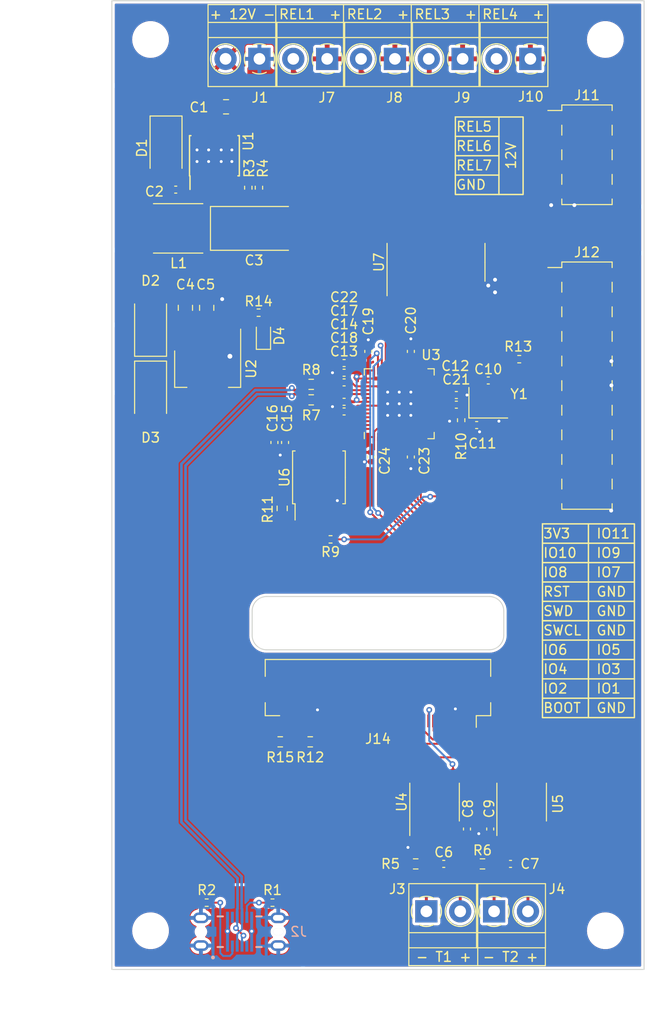
<source format=kicad_pcb>
(kicad_pcb (version 20211014) (generator pcbnew)
  (layers (0 "F.Cu" signal) (31 "B.Cu" signal) (34 "B.Paste" user) (35 "F.Paste" user) (36 "B.SilkS" user "B.Silkscreen") (37 "F.SilkS" user "F.Silkscreen") (38 "B.Mask" user) (39 "F.Mask" user) (44 "Edge.Cuts" user))
  (net 0 "")
  (net 1 "+12V")
  (net 2 "GND")
  (net 3 "Net-(C6-Pad1)")
  (net 4 "Net-(C6-Pad2)")
  (net 5 "Net-(C7-Pad1)")
  (net 6 "Net-(C7-Pad2)")
  (net 7 "Net-(J7-Pad2)")
  (net 8 "Net-(J8-Pad2)")
  (net 9 "Net-(J9-Pad2)")
  (net 10 "Net-(J10-Pad2)")
  (net 11 "Net-(C2-Pad1)")
  (net 14 "Net-(R3-Pad2)")
  (net 15 "Net-(C3-Pad1)")
  (net 16 "Net-(C2-Pad2)")
  (net 17 "+3.3V")
  (net 18 "Net-(C4-Pad1)")
  (net 19 "/LCD_A0")
  (net 20 "Net-(D4-Pad2)")
  (net 21 "Net-(C10-Pad2)")
  (net 22 "Net-(R10-Pad2)")
  (net 23 "+1V1")
  (net 24 "Net-(R8-Pad2)")
  (net 25 "Net-(R7-Pad2)")
  (net 26 "/QSPI_SD3")
  (net 27 "/QSPI_SCLK")
  (net 28 "/QSPI_SD0")
  (net 29 "/QSPI_SD2")
  (net 30 "/QSPI_SD1")
  (net 31 "/QSPI_CS")
  (net 32 "/SPI_SCK")
  (net 33 "/SPI_CS0")
  (net 34 "/SPI_MISO")
  (net 35 "/SPI_CS1")
  (net 36 "Net-(J2-PadB5)")
  (net 37 "Net-(J2-PadA5)")
  (net 38 "Net-(C11-Pad2)")
  (net 39 "Net-(J14-Pad33)")
  (net 40 "/RELAY1")
  (net 41 "/RELAY2")
  (net 42 "/RELAY3")
  (net 43 "/RELAY4")
  (net 44 "/RELAY5")
  (net 45 "/RELAY6")
  (net 46 "Net-(J11-Pad1)")
  (net 47 "Net-(D3-Pad2)")
  (net 49 "/TOUCH_XL")
  (net 50 "/TOUCH_YU")
  (net 51 "/TOUCH_XR")
  (net 52 "/TOUCH_YD")
  (net 54 "/SPI_CS2")
  (net 55 "/SPI_MOSI")
  (net 56 "/LCD_RESET")
  (net 59 "Net-(J11-Pad3)")
  (net 60 "Net-(J11-Pad5)")
  (net 61 "/RELAY7")
  (net 62 "/BOOT")
  (net 63 "/RESET")
  (net 64 "/SWCLK")
  (net 65 "/SWD")
  (net 66 "/GPIO6")
  (net 67 "/GPIO5")
  (net 68 "/GPIO4")
  (net 69 "/GPIO3")
  (net 70 "/GPIO2")
  (net 71 "/GPIO1")
  (net 72 "/GPIO8")
  (net 73 "/GPIO7")
  (net 74 "/GPIO9")
  (net 75 "/GPIO11")
  (net 76 "/GPIO10")
  (net 77 "/USB_D+")
  (net 78 "/USB_D-")
  (net 79 "Net-(J14-Pad39)")
  (footprint "Capacitor_SMD:C_0402_1005Metric" (layer "F.Cu") (at 111.2 139.1 180)
    (fp_text reference "C7")
    (fp_text value "100n")
  )
  (footprint "TerminalBlock_MetzConnect:TerminalBlock_MetzConnect_Type059_RT06302HBWC_1x02_P3.50mm_Horizontal" (layer "F.Cu") (at 99.25 56 180)
    (fp_text reference "J8")
    (fp_text value "RELAY_2")
  )
  (footprint "Capacitor_SMD:C_0805_2012Metric" (layer "F.Cu") (at 77.6 81.7 90)
    (fp_text reference "C4")
    (fp_text value "10u")
  )
  (footprint "Resistor_SMD:R_0603_1608Metric" (layer "F.Cu") (at 90.5 126.5)
    (fp_text reference "R12")
    (fp_text value "0R")
  )
  (footprint "TerminalBlock_MetzConnect:TerminalBlock_MetzConnect_Type059_RT06302HBWC_1x02_P3.50mm_Horizontal" (layer "F.Cu") (at 102.5 144)
    (fp_text reference "J3")
    (fp_text value "TEMP_1")
  )
  (footprint "Inductor_SMD:L_Taiyo-Yuden_NR-50xx" (layer "F.Cu") (at 76.85 73.5)
    (fp_text reference "L1")
    (fp_text value "33u")
  )
  (footprint "Capacitor_SMD:C_0402_1005Metric" (layer "F.Cu") (at 105.6 90.7)
    (fp_text reference "C12")
    (fp_text value "100n")
  )
  (footprint "Resistor_SMD:R_0402_1005Metric" (layer "F.Cu") (at 85.2 69.3 -90)
    (fp_text reference "R4")
    (fp_text value "3k3")
  )
  (footprint "Capacitor_SMD:C_0402_1005Metric" (layer "F.Cu") (at 96.5 86.2 90)
    (fp_text reference "C19")
    (fp_text value "100n")
  )
  (footprint "Capacitor_SMD:C_0402_1005Metric" (layer "F.Cu") (at 104.3 139.1 180)
    (fp_text reference "C6")
    (fp_text value "100n")
  )
  (footprint "Resistor_SMD:R_0402_1005Metric" (layer "F.Cu") (at 86.6 143.1)
    (fp_text reference "R1")
    (fp_text value "5k1")
  )
  (footprint "MountingHole:MountingHole_3.2mm_M3" (layer "F.Cu") (at 74 146)
    (fp_text reference "H1" hide)
    (fp_text value "MountingHole")
  )
  (footprint "Package_SO:TI_SO-PowerPAD-8_ThermalVias" (layer "F.Cu") (at 80.6 66 90)
    (fp_text reference "U1")
    (fp_text value "TPS5430DDA")
  )
  (footprint "Capacitor_SMD:C_0402_1005Metric" (layer "F.Cu") (at 108.9 89.2)
    (fp_text reference "C10")
    (fp_text value "12p")
  )
  (footprint "TerminalBlock_MetzConnect:TerminalBlock_MetzConnect_Type059_RT06302HBWC_1x02_P3.50mm_Horizontal" (layer "F.Cu") (at 109.5 144)
    (fp_text reference "J4")
    (fp_text value "TEMP_2")
  )
  (footprint "Resistor_SMD:R_0603_1608Metric" (layer "F.Cu") (at 87.4 126.5)
    (fp_text reference "R15")
    (fp_text value "0R")
  )
  (footprint "Package_SO:SOIC-8_3.9x4.9mm_P1.27mm" (layer "F.Cu") (at 103.35 132.72 90)
    (fp_text reference "U4")
    (fp_text value "MAX31855KASA")
  )
  (footprint "MountingHole:MountingHole_3.2mm_M3" (layer "F.Cu") (at 121 146)
    (fp_text reference "H2" hide)
    (fp_text value "MountingHole")
  )
  (footprint "Resistor_SMD:R_0402_1005Metric" (layer "F.Cu") (at 92.6 105.6 180)
    (fp_text reference "R9")
    (fp_text value "1k")
  )
  (footprint "Capacitor_SMD:C_0805_2012Metric" (layer "F.Cu") (at 79.8 81.7 90)
    (fp_text reference "C5")
    (fp_text value "10u")
  )
  (footprint "Resistor_SMD:R_0603_1608Metric" (layer "F.Cu") (at 108.3 139.1 180)
    (fp_text reference "R6")
    (fp_text value "DNP")
  )
  (footprint "Resistor_SMD:R_0402_1005Metric" (layer "F.Cu") (at 84.1 69.3 90)
    (fp_text reference "R3")
    (fp_text value "10k")
  )
  (footprint "TerminalBlock_MetzConnect:TerminalBlock_MetzConnect_Type059_RT06302HBWC_1x02_P3.50mm_Horizontal" (layer "F.Cu") (at 113.25 56 180)
    (fp_text reference "J10")
    (fp_text value "RELAY_4")
  )
  (footprint "Crystal:Crystal_SMD_SeikoEpson_TSX3225-4Pin_3.2x2.5mm" (layer "F.Cu") (at 108.9 91.5)
    (fp_text reference "Y1")
    (fp_text value "X322512MSB4SI")
  )
  (footprint "Capacitor_SMD:C_0402_1005Metric" (layer "F.Cu") (at 109.1 135.5 -90)
    (fp_text reference "C9")
    (fp_text value "100n")
  )
  (footprint "Capacitor_SMD:C_0402_1005Metric" (layer "F.Cu") (at 94 91.4 180)
    (fp_text reference "C18")
    (fp_text value "100n")
  )
  (footprint "Capacitor_SMD:C_0402_1005Metric" (layer "F.Cu") (at 87.9 95.6 -90)
    (fp_text reference "C15")
    (fp_text value "100n")
  )
  (footprint "Capacitor_SMD:C_0402_1005Metric" (layer "F.Cu") (at 105.6 91.7)
    (fp_text reference "C21")
    (fp_text value "100n")
  )
  (footprint "Package_SO:SOIC-16_3.9x9.9mm_P1.27mm" (layer "F.Cu") (at 103.5 77 90)
    (fp_text reference "U7")
    (fp_text value "ULN2003A")
  )
  (footprint "LED_SMD:LED_0603_1608Metric" (layer "F.Cu") (at 85.665 84.5 90)
    (fp_text reference "D4")
    (fp_text value "LED")
  )
  (footprint "Connector_FFC-FPC:Hirose_FH12-40S-0.5SH_1x40-1MP_P0.50mm_Horizontal" (layer "F.Cu") (at 97.5 122.5 180)
    (fp_text reference "J14")
    (fp_text value "DISPLAY")
  )
  (footprint "Capacitor_SMD:C_0805_2012Metric" (layer "F.Cu") (at 81.8 60.95)
    (fp_text reference "C1")
    (fp_text value "10u")
  )
  (footprint "Connector_PinHeader_2.54mm:PinHeader_2x04_P2.54mm_Vertical_SMD" (layer "F.Cu") (at 119.1 65.9)
    (fp_text reference "J11")
    (fp_text value "RELAY_OPT")
  )
  (footprint "MountingHole:MountingHole_3.2mm_M3" (layer "F.Cu") (at 74 54)
    (fp_text reference "H3" hide)
    (fp_text value "MountingHole")
  )
  (footprint "Resistor_SMD:R_0402_1005Metric" (layer "F.Cu") (at 79.8 143.1 180)
    (fp_text reference "R2")
    (fp_text value "5k1")
  )
  (footprint "Capacitor_SMD:C_0402_1005Metric" (layer "F.Cu") (at 96.8 97.1 -90)
    (fp_text reference "C24")
    (fp_text value "100n")
  )
  (footprint "Resistor_SMD:R_0603_1608Metric" (layer "F.Cu") (at 101.4 139.1 180)
    (fp_text reference "R5")
    (fp_text value "DNP")
  )
  (footprint "Capacitor_SMD:C_0402_1005Metric" (layer "F.Cu") (at 94 87.4 180)
    (fp_text reference "C22")
    (fp_text value "100n")
  )
  (footprint "Capacitor_SMD:C_0402_1005Metric" (layer "F.Cu") (at 106.7 135.5 -90)
    (fp_text reference "C8")
    (fp_text value "100n")
  )
  (footprint "Capacitor_SMD:C_0402_1005Metric" (layer "F.Cu") (at 100.9 86.2 90)
    (fp_text reference "C20")
    (fp_text value "100n")
  )
  (footprint "Package_SO:SOIC-8_3.9x4.9mm_P1.27mm" (layer "F.Cu") (at 112.35 132.72 90)
    (fp_text reference "U5")
    (fp_text value "MAX31855KASA")
  )
  (footprint "Capacitor_SMD:C_0402_1005Metric" (layer "F.Cu") (at 94 89.4 180)
    (fp_text reference "C14")
    (fp_text value "2u2")
  )
  (footprint "TerminalBlock_MetzConnect:TerminalBlock_MetzConnect_Type059_RT06302HBWC_1x02_P3.50mm_Horizontal" (layer "F.Cu") (at 92.25 56 180)
    (fp_text reference "J7")
    (fp_text value "RELAY_1")
  )
  (footprint "Package_TO_SOT_SMD:SOT-223-3_TabPin2" (layer "F.Cu") (at 79.9 88 -90)
    (fp_text reference "U2")
    (fp_text value "AMS1117-3.3")
  )
  (footprint "Resistor_SMD:R_0402_1005Metric" (layer "F.Cu") (at 112.1 87 180)
    (fp_text reference "R13")
    (fp_text value "10k")
  )
  (footprint "Resistor_SMD:R_0603_1608Metric" (layer "F.Cu") (at 90.6 89.6)
    (fp_text reference "R8")
    (fp_text value "27R")
  )
  (footprint "Capacitor_SMD:C_0402_1005Metric" (layer "F.Cu") (at 94 88.4 180)
    (fp_text reference "C17")
    (fp_text value "2u2")
  )
  (footprint "Package_DFN_QFN:QFN-56-1EP_7x7mm_P0.4mm_EP3.2x3.2mm" (layer "F.Cu") (at 99.7 91.6 90)
    (fp_text reference "U3")
    (fp_text value "RP2040")
  )
  (footprint "Resistor_SMD:R_0402_1005Metric" (layer "F.Cu") (at 106.1 93.3 90)
    (fp_text reference "R10")
    (fp_text value "1k")
  )
  (footprint "Diode_SMD:D_SMA" (layer "F.Cu") (at 74 90.6 -90)
    (fp_text reference "D3")
    (fp_text value "SS34")
  )
  (footprint "TerminalBlock_MetzConnect:TerminalBlock_MetzConnect_Type059_RT06302HBWC_1x02_P3.50mm_Horizontal" (layer "F.Cu") (at 106.25 56 180)
    (fp_text reference "J9")
    (fp_text value "RELAY_3")
  )
  (footprint "Diode_SMD:D_SMA" (layer "F.Cu") (at 75.6 65.3 -90)
    (fp_text reference "D1")
    (fp_text value "SS34")
  )
  (footprint "Package_SO:SOIC-8_5.23x5.23mm_P1.27mm" (layer "F.Cu") (at 91.4 99.2 90)
    (fp_text reference "U6")
    (fp_text value "W25Q128JVS")
  )
  (footprint "Resistor_SMD:R_0402_1005Metric" (layer "F.Cu") (at 85.165 82.2)
    (fp_text reference "R14")
    (fp_text value "470R")
  )
  (footprint "Capacitor_SMD:C_0402_1005Metric" (layer "F.Cu") (at 86.8 95.6 -90)
    (fp_text reference "C16")
    (fp_text value "2u2")
  )
  (footprint "TerminalBlock_MetzConnect:TerminalBlock_MetzConnect_Type059_RT06302HBWC_1x02_P3.50mm_Horizontal" (layer "F.Cu") (at 85.25 56 180)
    (fp_text reference "J1")
    (fp_text value "12V_IN")
  )
  (footprint "Diode_SMD:D_SMA" (layer "F.Cu") (at 74 83.3 90)
    (fp_text reference "D2")
    (fp_text value "SS34")
  )
  (footprint "Capacitor_SMD:C_0402_1005Metric" (layer "F.Cu") (at 107.7 93.8 180)
    (fp_text reference "C11")
    (fp_text value "12p")
  )
  (footprint "Capacitor_SMD:C_0402_1005Metric" (layer "F.Cu") (at 100.9 97.1 -90)
    (fp_text reference "C23")
    (fp_text value "100n")
  )
  (footprint "Capacitor_SMD:C_0402_1005Metric" (layer "F.Cu") (at 94 92.4 180)
    (fp_text reference "C13")
    (fp_text value "100n")
  )
  (footprint "Capacitor_Tantalum_SMD:CP_EIA-7343-15_Kemet-W" (layer "F.Cu") (at 84.6 73.5)
    (fp_text reference "C3")
    (fp_text value "150u")
  )
  (footprint "Resistor_SMD:R_0603_1608Metric" (layer "F.Cu") (at 87.6 102.4 -90)
    (fp_text reference "R11")
    (fp_text value "DNP")
  )
  (footprint "MountingHole:MountingHole_3.2mm_M3" (layer "F.Cu") (at 121 54)
    (fp_text reference "H4" hide)
    (fp_text value "MountingHole")
  )
  (footprint "Capacitor_SMD:C_0402_1005Metric" (layer "F.Cu") (at 76.6 69.5 180)
    (fp_text reference "C2")
    (fp_text value "10n")
  )
  (footprint "Connector_PinHeader_2.54mm:PinHeader_2x10_P2.54mm_Vertical_SMD" (layer "F.Cu") (at 119.1 89.73)
    (fp_text reference "J12")
    (fp_text value "HEADER")
  )
  (footprint "Resistor_SMD:R_0603_1608Metric" (layer "F.Cu") (at 90.6 91.2)
    (fp_text reference "R7")
    (fp_text value "27R")
  )
  (footprint "lib:GCT_USB4145-03-0070-C_REVA2" (layer "B.Cu") (at 83.2 146.1)
    (fp_text reference "J2")
    (fp_text value "USB")
    (fp_line (start 3.85 0.355) (end 4.15 0.355) (layer "Edge.Cuts") (width 0.01))
    (fp_line (start 4.15 -0.355) (end 3.85 -0.355) (layer "Edge.Cuts") (width 0.01))
    (fp_arc (start 3.85 0.355) (mid 3.598977 0.251023) (end 3.495 0) (layer "Edge.Cuts") (width 0.01))
    (fp_arc (start 3.495 0) (mid 3.598977 -0.251023) (end 3.85 -0.355) (layer "Edge.Cuts") (width 0.01))
    (fp_arc (start 4.505 0) (mid 4.401023 0.251023) (end 4.15 0.355) (layer "Edge.Cuts") (width 0.01))
    (fp_arc (start 4.15 -0.355) (mid 4.401023 -0.251023) (end 4.505 0) (layer "Edge.Cuts") (width 0.01))
  )
  (gr_line (start 114.5 122) (end 124 122) (layer "F.SilkS") (width 0.15))
  (gr_line (start 79.94 52.24) (end 79.94 50.4) (layer "F.SilkS") (width 0.12))
  (gr_line (start 114.5 118) (end 124 118) (layer "F.SilkS") (width 0.15))
  (gr_line (start 105.5 66) (end 110 66) (layer "F.SilkS") (width 0.15))
  (gr_line (start 100.69 147.76) (end 100.69 149.6) (layer "F.SilkS") (width 0.12))
  (gr_line (start 105.5 64) (end 110 64) (layer "F.SilkS") (width 0.15))
  (gr_line (start 114.5 114) (end 124 114) (layer "F.SilkS") (width 0.15))
  (gr_line (start 114.5 120) (end 124 120) (layer "F.SilkS") (width 0.15))
  (gr_line (start 114.5 116) (end 124 116) (layer "F.SilkS") (width 0.15))
  (gr_line (start 115.06 52.24) (end 115.06 50.4) (layer "F.SilkS") (width 0.12))
  (gr_line (start 114.5 110) (end 124 110) (layer "F.SilkS") (width 0.15))
  (gr_line (start 115.06 50.4) (end 79.94 50.4) (layer "F.SilkS") (width 0.12))
  (gr_line (start 107.94 52.24) (end 107.94 50.4) (layer "F.SilkS") (width 0.12))
  (gr_line (start 114.5 108) (end 124 108) (layer "F.SilkS") (width 0.15))
  (gr_rect (start 114.5 104) (end 124 124) (layer "F.SilkS") (width 0.15) (fill none))
  (gr_line (start 105.5 68) (end 110 68) (layer "F.SilkS") (width 0.15))
  (gr_line (start 107.81 147.76) (end 107.81 149.6) (layer "F.SilkS") (width 0.12))
  (gr_line (start 119.25 124) (end 119.25 104) (layer "F.SilkS") (width 0.15))
  (gr_line (start 93.94 52.24) (end 93.94 50.4) (layer "F.SilkS") (width 0.12))
  (gr_line (start 124 114) (end 114.5 114) (layer "F.SilkS") (width 0.15))
  (gr_line (start 100.69 149.6) (end 114.8 149.6) (layer "F.SilkS") (width 0.12))
  (gr_line (start 110 62) (end 110 70) (layer "F.SilkS") (width 0.15))
  (gr_line (start 100.94 52.24) (end 100.94 50.4) (layer "F.SilkS") (width 0.12))
  (gr_line (start 114.5 106) (end 124 106) (layer "F.SilkS") (width 0.15))
  (gr_line (start 86.94 52.24) (end 86.94 50.4) (layer "F.SilkS") (width 0.12))
  (gr_rect (start 105.5 62) (end 112.5 70) (layer "F.SilkS") (width 0.15) (fill none))
  (gr_line (start 114.8 149.6) (end 114.8 147.76) (layer "F.SilkS") (width 0.12))
  (gr_line (start 114.5 112) (end 124 112) (layer "F.SilkS") (width 0.15))
  (gr_line locked (start 110.5 115.5) (end 110.5 113) (layer "Edge.Cuts") (width 0.1))
  (gr_arc locked (start 109 111.5) (mid 110.06066 111.93934) (end 110.5 113) (layer "Edge.Cuts") (width 0.1))
  (gr_arc locked (start 110.5 115.5) (mid 110.06066 116.56066) (end 109 117) (layer "Edge.Cuts") (width 0.1))
  (gr_arc locked (start 84.5 113) (mid 84.93934 111.93934) (end 86 111.5) (layer "Edge.Cuts") (width 0.1))
  (gr_line locked (start 86 117) (end 109 117) (layer "Edge.Cuts") (width 0.1))
  (gr_line locked (start 84.5 113) (end 84.5 115.5) (layer "Edge.Cuts") (width 0.1))
  (gr_arc locked (start 86 117) (mid 84.93934 116.56066) (end 84.5 115.5) (layer "Edge.Cuts") (width 0.1))
  (gr_rect locked (start 70 150) (end 125 50) (layer "Edge.Cuts") (width 0.1) (fill none))
  (gr_line locked (start 109 111.5) (end 86 111.5) (layer "Edge.Cuts") (width 0.1))
  (gr_text "GND" (at 120 123) (layer "F.SilkS") (effects (font (size 1 1)) (justify left)))
  (gr_text "BOOT" (at 114.5 123) (layer "F.SilkS") (effects (font (size 1 1)) (justify left)))
  (gr_text "IO7" (at 120 109) (layer "F.SilkS") (effects (font (size 1 1)) (justify left)))
  (gr_text "IO8" (at 114.5 109) (layer "F.SilkS") (effects (font (size 1 1)) (justify left)))
  (gr_text "GND" (at 120 115) (layer "F.SilkS") (effects (font (size 1 1)) (justify left)))
  (gr_text "+ 12V -" (at 83.5 51.4) (layer "F.SilkS") (effects (font (size 1 1))))
  (gr_text "- T1 +" (at 104.3 148.7) (layer "F.SilkS") (effects (font (size 1 1))))
  (gr_text "REL5" (at 105.5 63) (layer "F.SilkS") (effects (font (size 1 1)) (justify left)))
  (gr_text "12V" (at 111.25 66 90) (layer "F.SilkS") (effects (font (size 1 1))))
  (gr_text "REL4  +" (at 111.5 51.4) (layer "F.SilkS") (effects (font (size 1 1))))
  (gr_text "IO4" (at 114.5 119) (layer "F.SilkS") (effects (font (size 1 1)) (justify left)))
  (gr_text "SWD" (at 114.5 113) (layer "F.SilkS") (effects (font (size 1 1)) (justify left)))
  (gr_text "GND" (at 120 113) (layer "F.SilkS") (effects (font (size 1 1)) (justify left)))
  (gr_text "IO6" (at 114.5 117) (layer "F.SilkS") (effects (font (size 1 1)) (justify left)))
  (gr_text "IO10" (at 114.5 107) (layer "F.SilkS") (effects (font (size 1 1)) (justify left)))
  (gr_text "GND" (at 120 111) (layer "F.SilkS") (effects (font (size 1 1)) (justify left)))
  (gr_text "REL1  +" (at 90.5 51.4) (layer "F.SilkS") (effects (font (size 1 1))))
  (gr_text "- T2 +" (at 111.2 148.7) (layer "F.SilkS") (effects (font (size 1 1))))
  (gr_text "REL6" (at 105.5 65) (layer "F.SilkS") (effects (font (size 1 1)) (justify left)))
  (gr_text "IO2" (at 114.5 121) (layer "F.SilkS") (effects (font (size 1 1)) (justify left)))
  (gr_text "REL7" (at 105.5 67) (layer "F.SilkS") (effects (font (size 1 1)) (justify left)))
  (gr_text "RST" (at 114.5 111) (layer "F.SilkS") (effects (font (size 1 1)) (justify left)))
  (gr_text "IO9" (at 120 107) (layer "F.SilkS") (effects (font (size 1 1)) (justify left)))
  (gr_text "REL2  +" (at 97.5 51.4) (layer "F.SilkS") (effects (font (size 1 1))))
  (gr_text "SWCL" (at 114.5 115) (layer "F.SilkS") (effects (font (size 1 1)) (justify left)))
  (gr_text "IO1" (at 120 121) (layer "F.SilkS") (effects (font (size 1 1)) (justify left)))
  (gr_text "IO11" (at 120 105) (layer "F.SilkS") (effects (font (size 1 1)) (justify left)))
  (gr_text "IO3" (at 120 119) (layer "F.SilkS") (effects (font (size 1 1)) (justify left)))
  (gr_text "IO5" (at 120 117) (layer "F.SilkS") (effects (font (size 1 1)) (justify left)))
  (gr_text "REL3  +" (at 104.5 51.4) (layer "F.SilkS") (effects (font (size 1 1))))
  (gr_text "3V3" (at 114.5 105) (layer "F.SilkS") (effects (font (size 1 1)) (justify left)))
  (gr_text "GND" (at 105.5 69) (layer "F.SilkS") (effects (font (size 1 1)) (justify left)))
  (segment (start 107.945 74.525) (end 107.945 72.355) (width 0.5) (layer "F.Cu") (net 1))
  (segment (start 111.8 68.5) (end 120.295 68.5) (width 0.5) (layer "F.Cu") (net 1))
  (segment (start 120.295 68.5) (end 121.625 67.17) (width 0.5) (layer "F.Cu") (net 1))
  (segment (start 107.945 72.355) (end 111.8 68.5) (width 0.5) (layer "F.Cu") (net 1))
  (segment (start 121.625 88.46) (end 121.625 87.205) (width 0.8) (layer "F.Cu") (net 2))
  (segment (start 87.38 96.08) (end 87.38 96.88) (width 0.3) (layer "F.Cu") (net 2))
  (segment (start 91.75 123.35) (end 91.75 124.35) (width 0.3) (layer "F.Cu") (net 2))
  (segment (start 106.08 90.7) (end 106.7 90.7) (width 0.3) (layer "F.Cu") (net 2))
  (segment (start 87.11 144.58) (end 87.2 144.67) (width 0.2) (layer "F.Cu") (net 2))
  (segment (start 109.82 135.98) (end 109.1 135.98) (width 0.3) (layer "F.Cu") (net 2))
  (segment (start 101.445 135.195) (end 101.445 136.555) (width 0.3) (layer "F.Cu") (net 2))
  (segment (start 85.2275 84.85) (end 82.2 84.85) (width 0.3) (layer "F.Cu") (net 2))
  (segment (start 108.18 93.8) (end 108.18 94.32) (width 0.2) (layer "F.Cu") (net 2))
  (segment (start 86.8 96.08) (end 87.38 96.08) (width 0.3) (layer "F.Cu") (net 2))
  (segment (start 107.92 138.655) (end 107.475 139.1) (width 0.3) (layer "F.Cu") (net 2))
  (segment (start 106.08 91.7) (end 106.08 90.7) (width 0.3) (layer "F.Cu") (net 2))
  (segment (start 99.25 124.35) (end 99.75 124.35) (width 0.3) (layer "F.Cu") (net 2))
  (segment (start 79.29 143.1) (end 79.29 144.58) (width 0.2) (layer "F.Cu") (net 2))
  (segment (start 105.25 124.35) (end 105.25 123.35) (width 0.3) (layer "F.Cu") (net 2))
  (segment (start 91.25 123.2) (end 91.6 123.2) (width 0.3) (layer "F.Cu") (net 2))
  (segment (start 90.75 124.35) (end 90.75 123.35) (width 0.3) (layer "F.Cu") (net 2))
  (segment (start 93.52 88.4) (end 92.8 88.4) (width 0.3) (layer "F.Cu") (net 2))
  (segment (start 121.625 89.705) (end 121.625 88.46) (width 0.8) (layer "F.Cu") (net 2))
  (segment (start 110 92.3) (end 110 93.4) (width 0.3) (layer "F.Cu") (net 2))
  (segment (start 96.25 124.35) (end 96.75 124.35) (width 0.3) (layer "F.Cu") (net 2))
  (segment (start 90.75 123.35) (end 90.9 123.2) (width 0.3) (layer "F.Cu") (net 2))
  (segment (start 92.82 91.88) (end 92.8 91.9) (width 0.3) (layer "F.Cu") (net 2))
  (segment (start 96.5 85.72) (end 96.5 85) (width 0.3) (layer "F.Cu") (net 2))
  (segment (start 81.235 65.335) (end 81.3 65.4) (width 0.5) (layer "F.Cu") (net 2))
  (segment (start 93.52 88.4) (end 93.52 87.4) (width 0.3) (layer "F.Cu") (net 2))
  (segment (start 91.75 124.35) (end 92.25 124.35) (width 0.3) (layer "F.Cu") (net 2))
  (segment (start 97.75 124.35) (end 98.25 124.35) (width 0.3) (layer "F.Cu") (net 2))
  (segment (start 87.11 143.1) (end 87.11 144.58) (width 0.2) (layer "F.Cu") (net 2))
  (segment (start 105.25 123.35) (end 105.5 123.1) (width 0.3) (layer "F.Cu") (net 2))
  (segment (start 91.6 123.2) (end 91.75 123.35) (width 0.3) (layer "F.Cu") (net 2))
  (segment (start 103.1375 92.6) (end 104.1 92.6) (width 0.2) (layer "F.Cu") (net 2))
  (segment (start 101.445 136.555) (end 100.6 137.4) (width 0.3) (layer "F.Cu") (net 2))
  (segment (start 93.52 91.88) (end 92.82 91.88) (width 0.3) (layer "F.Cu") (net 2))
  (segment (start 89.75 124.35) (end 90.25 124.35) (width 0.3) (layer "F.Cu") (net 2))
  (segment (start 98.75 124.35) (end 99.25 124.35) (width 0.3) (layer "F.Cu") (net 2))
  (segment (start 93.305 101.605) (end 93.3 101.6) (width 0.2) (layer "F.Cu") (net 2))
  (segment (start 93.52 92.4) (end 93.52 91.88) (width 0.3) (layer "F.Cu") (net 2))
  (segment (start 79.8 80.75) (end 81.35 80.75) (width 0.5) (layer "F.Cu") (net 2))
  (segment (start 77.6 80.75) (end 79.8 80.75) (width 0.5) (layer "F.Cu") (net 2))
  (segment (start 95.75 124.35) (end 96.25 124.35) (width 0.3) (layer "F.Cu") (net 2))
  (segment (start 92.25 124.35) (end 92.75 124.35) (width 0.3) (layer "F.Cu") (net 2))
  (segment (start 89.25 124.35) (end 89.75 124.35) (width 0.3) (layer "F.Cu") (net 2))
  (segment (start 90.9 123.2) (end 91.25 123.2) (width 0.3) (layer "F.Cu") (net 2))
  (segment (start 121.625 101.16) (end 121.625 102.605) (width 0.8) (layer "F.Cu") (net 2))
  (segment (start 94.25 124.35) (end 94.75 124.35) (width 0.3) (layer "F.Cu") (net 2))
  (segment (start 93.75 124.35) (end 94.25 124.35) (width 0.3) (layer "F.Cu") (net 2))
  (segment (start 79.29 144.58) (end 79.2 144.67) (width 0.2) (layer "F.Cu") (net 2))
  (segment (start 93.52 91.88) (end 93.52 91.4) (width 0.3) (layer "F.Cu") (net 2))
  (segment (start 94.75 124.35) (end 95.25 124.35) (width 0.3) (layer "F.Cu") (net 2))
  (segment (start 90.25 124.35) (end 90.75 124.35) (width 0.3) (layer "F.Cu") (net 2))
  (segment (start 95.25 124.35) (end 95.75 124.35) (width 0.3) (layer "F.Cu") (net 2))
  (segment (start 82.2 84.85) (end 82.2 86.7) (width 0.8) (layer "F.Cu") (net 2))
  (segment (start 100.6 137.4) (end 100.575 137.425) (width 0.3) (layer "F.Cu") (net 2))
  (segment (start 93.52 89.4) (end 93.52 88.4) (width 0.3) (layer "F.Cu") (net 2))
  (segment (start 87.38 96.88) (end 87.4 96.9) (width 0.3) (layer "F.Cu") (net 2))
  (segment (start 100.9 85.72) (end 100.9 84.9) (width 0.2) (layer "F.Cu") (net 2))
  (segment (start 110.445 135.195) (end 110.445 135.355) (width 0.3) (layer "F.Cu") (net 2))
  (segment (start 108.42 90.08) (end 107.8 90.7) (width 0.2) (layer "F.Cu") (net 2))
  (segment (start 93.25 124.35) (end 93.75 124.35) (width 0.3) (layer "F.Cu") (net 2))
  (segment (start 108.42 89.2) (end 108.42 90.08) (width 0.2) (layer "F.Cu") (net 2))
  (segment (start 121.625 87.205) (end 121.625 85.92) (width 0.8) (layer "F.Cu") (net 2))
  (segment (start 106.7 90.7) (end 107.8 90.7) (width 0.3) (layer "F.Cu") (net 2))
  (segment (start 87.38 96.08) (end 87.9 96.08) (width 0.3) (layer "F.Cu") (net 2))
  (segment (start 100.9 97.58) (end 100.9 98.3) (width 0.2) (layer "F.Cu") (net 2))
  (segment (start 81.35 80.75) (end 81.4 80.8) (width 0.5) (layer "F.Cu") (net 2))
  (segment (start 108.18 94.32) (end 108 94.5) (width 0.2) (layer "F.Cu") (net 2))
  (segment (start 107.92 135.98) (end 109.1 135.98) (width 0.3) (layer "F.Cu") (net 2))
  (segment (start 104.1 92.6) (end 104.9 93.4) (width 0.2) (layer "F.Cu") (net 2))
  (segment (start 96.12 97.58) (end 96.1 97.6) (width 0.2) (layer "F.Cu") (net 2))
  (segment (start 121.625 91) (end 121.625 89.705) (width 0.8) (layer "F.Cu") (net 2))
  (segment (start 110.445 135.355) (end 109.82 135.98) (width 0.3) (layer "F.Cu") (net 2))
  (segment (start 106.7 135.98) (end 107.92 135.98) (width 0.3) (layer "F.Cu") (net 2))
  (segment (start 96.75 124.35) (end 97.25 124.35) (width 0.3) (layer "F.Cu") (net 2))
  (segment (start 92.75 124.35) (end 93.25 124.35) (width 0.3) (layer "F.Cu") (net 2))
  (segment (start 93.305 102.8) (end 93.305 101.605) (width 0.2) (layer "F.Cu") (net 2))
  (segment (start 96.8 97.58) (end 96.12 97.58) (width 0.2) (layer "F.Cu") (net 2))
  (segment (start 85.665 85.2875) (end 85.2275 84.85) (width 0.3) (layer "F.Cu") (net 2))
  (segment (start 121.625 102.605) (end 121.6 102.63) (width 0.8) (layer "F.Cu") (net 2))
  (segment (start 100.575 137.425) (end 100.575 139.1) (width 0.3) (layer "F.Cu") (net 2))
  (segment (start 98.25 124.35) (end 98.75 124.35) (width 0.3) (layer "F.Cu") (net 2))
  (segment (start 97.25 124.35) (end 97.75 124.35) (width 0.3) (layer "F.Cu") (net 2))
  (segment (start 107.92 135.98) (end 107.92 138.655) (width 0.3) (layer "F.Cu") (net 2))
  (via (at 92.8 91.9) (size 0.6) (drill 0.3) (layers "F.Cu" "B.Cu") (net 2))
  (via (at 92.8 88.4) (size 0.6) (drill 0.3) (layers "F.Cu" "B.Cu") (net 2))
  (via (at 81.4 80.8) (size 0.8) (drill 0.4) (layers "F.Cu" "B.Cu") (net 2))
  (via (at 108 94.5) (size 0.6) (drill 0.3) (layers "F.Cu" "B.Cu") (net 2))
  (via (at 91.25 123.2) (size 0.6) (drill 0.3) (layers "F.Cu" "B.Cu") (net 2))
  (via (at 100.6 137.4) (size 0.6) (drill 0.3) (layers "F.Cu" "B.Cu") (net 2))
  (via (at 110 93.4) (size 0.6) (drill 0.3) (layers "F.Cu" "B.Cu") (net 2))
  (via (at 108.9 79.4) (size 0.8) (drill 0.4) (layers "F.Cu" "B.Cu") (net 2))
  (via (at 82.2 86.7) (size 1) (drill 0.5) (layers "F.Cu" "B.Cu") (net 2))
  (via (at 99.7 90.4) (size 0.6) (drill 0.3) (layers "F.Cu" "B.Cu") (net 2))
  (via (at 105.5 123.1) (size 0.6) (drill 0.3) (layers "F.Cu" "B.Cu") (net 2))
  (via (at 98.5 91.6) (size 0.6) (drill 0.3) (layers "F.Cu" "B.Cu") (net 2))
  (via (at 98.5 90.4) (size 0.6) (drill 0.3) (layers "F.Cu" "B.Cu") (net 2))
  (via (at 121.625 87.205) (size 0.8) (drill 0.4) (layers "F.Cu" "B.Cu") (net 2))
  (via (at 100.9 92.8) (size 0.6) (drill 0.3) (layers "F.Cu" "B.Cu") (net 2))
  (via (at 98.5 92.8) (size 0.6) (drill 0.3) (layers "F.Cu" "B.Cu") (net 2))
  (via (at 109.6 80.1) (size 0.8) (drill 0.4) (layers "F.Cu" "B.Cu") (net 2))
  (via (at 96.1 97.6) (size 0.6) (drill 0.3) (layers "F.Cu" "B.Cu") (net 2))
  (via (at 96.5 85) (size 0.6) (drill 0.3) (layers "F.Cu" "B.Cu") (net 2))
  (via (at 107.92 135.98) (size 0.6) (drill 0.3) (layers "F.Cu" "B.Cu") (net 2))
  (via (at 121.625 89.705) (size 0.8) (drill 0.4) (layers "F.Cu" "B.Cu") (net 2))
  (via (at 100.9 84.9) (size 0.6) (drill 0.3) (layers "F.Cu" "B.Cu") (net 2))
  (via (at 106.7 90.7) (size 0.6) (drill 0.3) (layers "F.Cu" "B.Cu") (net 2))
  (via (at 121.6 102.63) (size 0.8) (drill 0.4) (layers "F.Cu" "B.Cu") (net 2))
  (via (at 100.9 98.3) (size 0.6) (drill 0.3) (layers "F.Cu" "B.Cu") (net 2))
  (via (at 117.8 71.1) (size 0.8) (drill 0.4) (layers "F.Cu" "B.Cu") (net 2))
  (via (at 99.7 92.8) (size 0.6) (drill 0.3) (layers "F.Cu" "B.Cu") (net 2))
  (via (at 100.9 90.4) (size 0.6) (drill 0.3) (layers "F.Cu" "B.Cu") (net 2))
  (via (at 87.4 96.9) (size 0.6) (drill 0.3) (layers "F.Cu" "B.Cu") (net 2))
  (via (at 93.3 101.6) (size 0.6) (drill 0.3) (layers "F.Cu" "B.Cu") (net 2))
  (via (at 99.7 91.6) (size 0.6) (drill 0.3) (layers "F.Cu" "B.Cu") (net 2))
  (via (at 115.4 71.1) (size 0.8) (drill 0.4) (layers "F.Cu" "B.Cu") (net 2))
  (via (at 104.9 93.4) (size 0.6) (drill 0.3) (layers "F.Cu" "B.Cu") (net 2))
  (via (at 100.9 91.6) (size 0.6) (drill 0.3) (layers "F.Cu" "B.Cu") (net 2))
  (via (at 109.6 78.8) (size 0.8) (drill 0.4) (layers "F.Cu" "B.Cu") (net 2))
  (segment (start 106 144) (end 106 140.32) (width 0.3) (layer "F.Cu") (net 3))
  (segment (start 103.985 137.685) (end 104.78 138.48) (width 0.3) (layer "F.Cu") (net 3))
  (segment (start 104.78 138.48) (end 104.78 139.1) (width 0.3) (layer "F.Cu") (net 3))
  (segment (start 106 140.32) (end 104.78 139.1) (width 0.3) (layer "F.Cu") (net 3))
  (segment (start 103.985 135.195) (end 103.985 137.685) (width 0.3) (layer "F.Cu") (net 3))
  (segment (start 102.225 140.145) (end 102.5 140.42) (width 0.3) (layer "F.Cu") (net 4))
  (segment (start 102.5 144) (end 102.5 140.42) (width 0.3) (layer "F.Cu") (net 4))
  (segment (start 102.715 135.195) (end 102.715 137.995) (width 0.3) (layer "F.Cu") (net 4))
  (segment (start 102.5 140.42) (end 103.82 139.1) (width 0.3) (layer "F.Cu") (net 4))
  (segment (start 102.715 137.995) (end 103.82 139.1) (width 0.3) (layer "F.Cu") (net 4))
  (segment (start 102.225 139.1) (end 102.225 140.145) (width 0.3) (layer "F.Cu") (net 4))
  (segment (start 112.985 137.795) (end 112.985 135.195) (width 0.3) (layer "F.Cu") (net 5))
  (segment (start 113 144) (end 113 140.42) (width 0.3) (layer "F.Cu") (net 5))
  (segment (start 113 140.42) (end 111.68 139.1) (width 0.3) (layer "F.Cu") (net 5))
  (segment (start 111.68 139.1) (end 112.985 137.795) (width 0.3) (layer "F.Cu") (net 5))
  (segment (start 111.715 135.195) (end 111.715 137.385) (width 0.3) (layer "F.Cu") (net 6))
  (segment (start 111.715 137.385) (end 110.7 138.4) (width 0.3) (layer "F.Cu") (net 6))
  (segment (start 109.125 139.1) (end 109.125 139.945) (width 0.3) (layer "F.Cu") (net 6))
  (segment (start 109.5 140.32) (end 109.5 144) (width 0.3) (layer "F.Cu") (net 6))
  (segment (start 109.125 139.945) (end 109.5 140.32) (width 0.3) (layer "F.Cu") (net 6))
  (segment (start 110.7 139.08) (end 110.72 139.1) (width 0.3) (layer "F.Cu") (net 6))
  (segment (start 110.7 138.4) (end 110.7 139.08) (width 0.3) (layer "F.Cu") (net 6))
  (segment (start 110.72 139.1) (end 109.5 140.32) (width 0.3) (layer "F.Cu") (net 6))
  (segment (start 99.055 74.525) (end 99.055 67.655) (width 0.5) (layer "F.Cu") (net 7))
  (segment (start 88.75 57.35) (end 88.75 56) (width 0.5) (layer "F.Cu") (net 7))
  (segment (start 99.055 67.655) (end 88.75 57.35) (width 0.5) (layer "F.Cu") (net 7))
  (segment (start 100.325 61.925) (end 95.75 57.35) (width 0.5) (layer "F.Cu") (net 8))
  (segment (start 95.75 57.35) (end 95.75 56) (width 0.5) (layer "F.Cu") (net 8))
  (segment (start 100.325 74.525) (end 100.325 61.925) (width 0.5) (layer "F.Cu") (net 8))
  (segment (start 101.595 74.525) (end 101.595 58.705) (width 0.5) (layer "F.Cu") (net 9))
  (segment (start 102.8 56.05) (end 102.75 56) (width 0.5) (layer "F.Cu") (net 9))
  (segment (start 102.8 57.5) (end 102.8 56.05) (width 0.5) (layer "F.Cu") (net 9))
  (segment (start 101.595 58.705) (end 102.8 57.5) (width 0.5) (layer "F.Cu") (net 9))
  (segment (start 102.865 69.135) (end 109.75 62.25) (width 0.5) (layer "F.Cu") (net 10))
  (segment (start 109.75 62.25) (end 109.75 56) (width 0.5) (layer "F.Cu") (net 10))
  (segment (start 102.865 74.525) (end 102.865 69.135) (width 0.5) (layer "F.Cu") (net 10))
  (segment (start 77.08 69.5) (end 77.895 69.5) (width 0.3) (layer "F.Cu") (net 11))
  (segment (start 77.895 69.5) (end 78.695 68.7) (width 0.3) (layer "F.Cu") (net 11))
  (segment (start 82.595 68.79) (end 82.505 68.7) (width 0.3) (layer "F.Cu") (net 14))
  (segment (start 84.1 68.79) (end 85.2 68.79) (width 0.3) (layer "F.Cu") (net 14))
  (segment (start 84.1 68.79) (end 82.595 68.79) (width 0.3) (layer "F.Cu") (net 14))
  (segment (start 84.1 70.2) (end 81.4875 72.8125) (width 0.3) (layer "F.Cu") (net 15))
  (segment (start 81.4875 72.8125) (end 81.4875 73.5) (width 0.3) (layer "F.Cu") (net 15))
  (segment (start 84.1 69.81) (end 84.1 70.2) (width 0.3) (layer "F.Cu") (net 15))
  (segment (start 100.7 86.88) (end 100.9 86.68) (width 0.2) (layer "F.Cu") (net 17))
  (segment (start 102.6 91.4) (end 102.3 91.7) (width 0.2) (layer "F.Cu") (net 17))
  (segment (start 100.7 88.8) (end 100.5 89) (width 0.2) (layer "F.Cu") (net 17))
  (segment (start 104.75 123.35) (end 104.25 122.85) (width 0.3) (layer "F.Cu") (net 17))
  (segment (start 96.2625 89.4) (end 96.2625 89) (width 0.2) (layer "F.Cu") (net 17))
  (segment (start 101.75 122.75) (end 102.1 122.4) (width 0.3) (layer "F.Cu") (net 17))
  (segment (start 88.7 123.2) (end 87.9 123.2) (width 0.2) (layer "F.Cu") (net 17))
  (segment (start 103.1375 91.4) (end 102.6 91.4) (width 0.2) (layer "F.Cu") (net 17))
  (segment (start 97.1 95.0375) (end 97.1 94.5) (width 0.2) (layer "F.Cu") (net 17))
  (segment (start 103.8 122.4) (end 104.25 122.85) (width 0.3) (layer "F.Cu") (net 17))
  (segment (start 104.75 124.35) (end 104.75 123.35) (width 0.3) (layer "F.Cu") (net 17))
  (segment (start 96.2625 89) (end 97.1 89) (width 0.2) (layer "F.Cu") (net 17))
  (segment (start 102.3 93.7) (end 101.8 94.2) (width 0.4) (layer "F.Cu") (net 17))
  (segment (start 97.1 89) (end 100.3 89) (width 0.4) (layer "F.Cu") (net 17))
  (segment (start 102.3 91.7) (end 102.3 93.7) (width 0.4) (layer "F.Cu") (net 17))
  (segment (start 88.75 123.25) (end 88.7 123.2) (width 0.2) (layer "F.Cu") (net 17))
  (segment (start 97.1 95.0375) (end 97.1 96.32) (width 0.2) (layer "F.Cu") (net 17))
  (segment (start 95.3 91.4) (end 96.2625 91.4) (width 0.2) (layer "F.Cu") (net 17))
  (segment (start 88.75 124.35) (end 88.75 123.25) (width 0.2) (layer "F.Cu") (net 17))
  (segment (start 104.25 122.85) (end 104.25 124.35) (width 0.3) (layer "F.Cu") (net 17))
  (segment (start 96.2625 91) (end 96.2625 91.4) (width 0.2) (layer "F.Cu") (net 17))
  (segment (start 87.9 123.2) (end 87.75 123.35) (width 0.2) (layer "F.Cu") (net 17))
  (segment (start 100.7 96.42) (end 100.9 96.62) (width 0.2) (layer "F.Cu") (net 17))
  (segment (start 87.75 123.35) (end 87.75 124.35) (width 0.2) (layer "F.Cu") (net 17))
  (segment (start 97.1 96.32) (end 96.8 96.62) (width 0.2) (layer "F.Cu") (net 17))
  (segment (start 104.82 91.4) (end 105.12 91.7) (width 0.2) (layer "F.Cu") (net 17))
  (segment (start 100.7 88.1625) (end 100.7 88.8) (width 0.2) (layer "F.Cu") (net 17))
  (segment (start 102.1 122.4) (end 103.8 122.4) (width 0.3) (layer "F.Cu") (net 17))
  (segment (start 100.5 89) (end 100.3 89) (width 0.2) (layer "F.Cu") (net 17))
  (segment (start 97.1 88.1625) (end 97.1 89) (width 0.2) (layer "F.Cu") (net 17))
  (segment (start 100.6 94.2) (end 97.6 94.2) (width 0.4) (layer "F.Cu") (net 17))
  (segment (start 100.7 95.0375) (end 100.7 96.42) (width 0.2) (layer "F.Cu") (net 17))
  (segment (start 101.75 124.35) (end 101.75 122.75) (width 0.3) (layer "F.Cu") (net 17))
  (segment (start 95.3 91.4) (end 95.3 91.2) (width 0.2) (layer "F.Cu") (net 17))
  (segment (start 97.1 94.5) (end 97.4 94.2) (width 0.2) (layer "F.Cu") (net 17))
  (segment (start 97.4 94.2) (end 97.6 94.2) (width 0.2) (layer "F.Cu") (net 17))
  (segment (start 94.48 91.4) (end 95.3 91.4) (width 0.2) (layer "F.Cu") (net 17))
  (segment (start 101.8 94.2) (end 100.6 94.2) (width 0.4) (layer "F.Cu") (net 17))
  (segment (start 100.7 94.3) (end 100.6 94.2) (width 0.2) (layer "F.Cu") (net 17))
  (segment (start 100.7 88.1625) (end 100.7 86.88) (width 0.2) (layer "F.Cu") (net 17))
  (segment (start 100.7 95.0375) (end 100.7 94.3) (width 0.2) (layer "F.Cu") (net 17))
  (segment (start 103.1375 91.4) (end 104.82 91.4) (width 0.2) (layer "F.Cu") (net 17))
  (via (at 95.3 91.2) (size 0.6) (drill 0.3) (layers "F.Cu" "B.Cu") (net 17))
  (via (at 95.3 88.8) (size 0.6) (drill 0.3) (layers "F.Cu" "B.Cu") (net 17))
  (segment (start 95.3 91.2) (end 95.3 88.8) (width 0.2) (layer "B.Cu") (net 17))
  (segment (start 103.154 126.254) (end 102.25 125.35) (width 0.2) (layer "F.Cu") (net 19))
  (segment (start 112.908 110.99576) (end 112.908 123.779344) (width 0.2) (layer "F.Cu") (net 19))
  (segment (start 98.7 101.812656) (end 105.052344 108.165) (width 0.2) (layer "F.Cu") (net 19))
  (segment (start 110.07724 108.165) (end 112.908 110.99576) (width 0.2) (layer "F.Cu") (net 19))
  (segment (start 98.7 95.0375) (end 98.7 101.812656) (width 0.2) (layer "F.Cu") (net 19))
  (segment (start 102.25 125.35) (end 102.25 124.35) (width 0.2) (layer "F.Cu") (net 19))
  (segment (start 105.052344 108.165) (end 110.07724 108.165) (width 0.2) (layer "F.Cu") (net 19))
  (segment (start 110.433344 126.254) (end 103.154 126.254) (width 0.2) (layer "F.Cu") (net 19))
  (segment (start 112.908 123.779344) (end 110.433344 126.254) (width 0.2) (layer "F.Cu") (net 19))
  (segment (start 85.665 82.21) (end 85.675 82.2) (width 0.3) (layer "F.Cu") (net 20))
  (segment (start 85.665 83.7125) (end 85.665 82.21) (width 0.3) (layer "F.Cu") (net 20))
  (segment (start 103.1375 92.2) (end 104.237552 92.2) (width 0.2) (layer "F.Cu") (net 21))
  (segment (start 108.4 95.1) (end 108.9 94.6) (width 0.2) (layer "F.Cu") (net 21))
  (segment (start 109.38 90.08) (end 110 90.7) (width 0.2) (layer "F.Cu") (net 21))
  (segment (start 109.38 89.2) (end 109.38 90.08) (width 0.2) (layer "F.Cu") (net 21))
  (segment (start 108.9 91.8) (end 110 90.7) (width 0.2) (layer "F.Cu") (net 21))
  (segment (start 104.664552 92.627) (end 105.2 92.627) (width 0.2) (layer "F.Cu") (net 21))
  (segment (start 108.9 94.6) (end 108.9 91.8) (width 0.2) (layer "F.Cu") (net 21))
  (segment (start 104.237552 92.2) (end 104.664552 92.627) (width 0.2) (layer "F.Cu") (net 21))
  (segment (start 105.5 94.1) (end 106.5 95.1) (width 0.2) (layer "F.Cu") (net 21))
  (segment (start 105.2 92.627) (end 105.5 92.927) (width 0.2) (layer "F.Cu") (net 21))
  (segment (start 105.5 92.927) (end 105.5 94.1) (width 0.2) (layer "F.Cu") (net 21))
  (segment (start 106.5 95.1) (end 108.4 95.1) (width 0.2) (layer "F.Cu") (net 21))
  (segment (start 105.7 92.3) (end 106.1 92.7) (width 0.2) (layer "F.Cu") (net 22))
  (segment (start 104.3 91.8) (end 104.8 92.3) (width 0.2) (layer "F.Cu") (net 22))
  (segment (start 103.1375 91.8) (end 104.3 91.8) (width 0.2) (layer "F.Cu") (net 22))
  (segment (start 106.1 92.7) (end 106.1 92.79) (width 0.2) (layer "F.Cu") (net 22))
  (segment (start 104.8 92.3) (end 105.7 92.3) (width 0.2) (layer "F.Cu") (net 22))
  (segment (start 96.2625 91.8) (end 95.38 91.8) (width 0.2) (layer "F.Cu") (net 23))
  (segment (start 97.4 89.8) (end 97.7 90.1) (width 0.2) (layer "F.Cu") (net 23))
  (segment (start 102 91) (end 101.7 91.3) (width 0.2) (layer "F.Cu") (net 23))
  (segment (start 97.7 91.8) (end 97.7 93.454) (width 0.4) (layer "F.Cu") (net 23))
  (segment (start 97.7 90.1) (end 97.7 91.8) (width 0.4) (layer "F.Cu") (net 23))
  (segment (start 103.1375 91) (end 102 91) (width 0.2) (layer "F.Cu") (net 23))
  (segment (start 101.7 93.454) (end 101.7 91.3) (width 0.4) (layer "F.Cu") (net 23))
  (segment (start 97.7 93.454) (end 97.846 93.6) (width 0.4) (layer "F.Cu") (net 23))
  (segment (start 101.554 93.6) (end 101.7 93.454) (width 0.4) (layer "F.Cu") (net 23))
  (segment (start 94.78 92.4) (end 94.48 92.4) (width 0.2) (layer "F.Cu") (net 23))
  (segment (start 95.18 89.8) (end 94.78 89.4) (width 0.2) (layer "F.Cu") (net 23))
  (segment (start 94.78 89.4) (end 94.48 89.4) (width 0.2) (layer "F.Cu") (net 23))
  (segment (start 96.2625 89.8) (end 95.18 89.8) (width 0.2) (layer "F.Cu") (net 23))
  (segment (start 103.1375 91) (end 104.82 91) (width 0.2) (layer "F.Cu") (net 23))
  (segment (start 97.846 93.6) (end 101.554 93.6) (width 0.4) (layer "F.Cu") (net 23))
  (segment (start 96.2625 91.8) (end 97.7 91.8) (width 0.2) (layer "F.Cu") (net 23))
  (segment (start 95.38 91.8) (end 94.78 92.4) (width 0.2) (layer "F.Cu") (net 23))
  (segment (start 96.2625 89.8) (end 97.4 89.8) (width 0.2) (layer "F.Cu") (net 23))
  (segment (start 104.82 91) (end 105.12 90.7) (width 0.2) (layer "F.Cu") (net 23))
  (segment (start 92.025 90.2) (end 91.425 89.6) (width 0.2) (layer "F.Cu") (net 24))
  (segment (start 96.2625 90.2) (end 92.025 90.2) (width 0.2) (layer "F.Cu") (net 24))
  (segment (start 92.025 90.6) (end 91.425 91.2) (width 0.2) (layer "F.Cu") (net 25))
  (segment (start 96.2625 90.6) (end 92.025 90.6) (width 0.2) (layer "F.Cu") (net 25))
  (segment (start 94.609016 93.1) (end 92.3 93.1) (width 0.2) (layer "F.Cu") (net 26))
  (segment (start 92.3 93.1) (end 90.765 94.635) (width 0.2) (layer "F.Cu") (net 26))
  (segment (start 96.2625 92.2) (end 95.509016 92.2) (width 0.2) (layer "F.Cu") (net 26))
  (segment (start 90.765 94.635) (end 90.765 95.6) (width 0.2) (layer "F.Cu") (net 26))
  (segment (start 95.509016 92.2) (end 94.609016 93.1) (width 0.2) (layer "F.Cu") (net 26))
  (segment (start 92.035 94.465) (end 92.035 95.6) (width 0.2) (layer "F.Cu") (net 27))
  (segment (start 95.571464 92.6) (end 94.744464 93.427) (width 0.2) (layer "F.Cu") (net 27))
  (segment (start 94.744464 93.427) (end 93.073 93.427) (width 0.2) (layer "F.Cu") (net 27))
  (segment (start 96.2625 92.6) (end 95.571464 92.6) (width 0.2) (layer "F.Cu") (net 27))
  (segment (start 93.073 93.427) (end 92.035 94.465) (width 0.2) (layer "F.Cu") (net 27))
  (segment (start 96.2625 93) (end 95.633912 93) (width 0.2) (layer "F.Cu") (net 28))
  (segment (start 93.305 95.328912) (end 93.305 95.6) (width 0.2) (layer "F.Cu") (net 28))
  (segment (start 95.633912 93) (end 93.305 95.328912) (width 0.2) (layer "F.Cu") (net 28))
  (segment (start 95.69636 93.4) (end 94.1 94.99636) (width 0.2) (layer "F.Cu") (net 29))
  (segment (start 94.1 94.99636) (end 94.1 99.3) (width 0.2) (layer "F.Cu") (net 29))
  (segment (start 94.1 99.3) (end 92.035 101.365) (width 0.2) (layer "F.Cu") (net 29))
  (segment (start 92.035 101.365) (end 92.035 102.8) (width 0.2) (layer "F.Cu") (net 29))
  (segment (start 96.2625 93.4) (end 95.69636 93.4) (width 0.2) (layer "F.Cu") (net 29))
  (segment (start 94.1 104.3) (end 91.3 104.3) (width 0.2) (layer "F.Cu") (net 30))
  (segment (start 96.2625 93.8) (end 95.758808 93.8) (width 0.2) (layer "F.Cu") (net 30))
  (segment (start 90.765 103.765) (end 90.765 102.8) (width 0.2) (layer "F.Cu") (net 30))
  (segment (start 95.758808 93.8) (end 94.427 95.131808) (width 0.2) (layer "F.Cu") (net 30))
  (segment (start 94.427 103.973) (end 94.1 104.3) (width 0.2) (layer "F.Cu") (net 30))
  (segment (start 91.3 104.3) (end 90.765 103.765) (width 0.2) (layer "F.Cu") (net 30))
  (segment (start 94.427 95.131808) (end 94.427 103.973) (width 0.2) (layer "F.Cu") (net 30))
  (segment (start 89.495 103.895) (end 89.495 102.8) (width 0.2) (layer "F.Cu") (net 31))
  (segment (start 92.09 104.69) (end 92.027 104.627) (width 0.2) (layer "F.Cu") (net 31))
  (segment (start 96.2625 94.2) (end 95.821256 94.2) (width 0.2) (layer "F.Cu") (net 31))
  (segment (start 89.07 103.225) (end 89.495 102.8) (width 0.2) (layer "F.Cu") (net 31))
  (segment (start 94.754 95.267256) (end 94.754 104.108448) (width 0.2) (layer "F.Cu") (net 31))
  (segment (start 94.754 104.108448) (end 94.235448 104.627) (width 0.2) (layer "F.Cu") (net 31))
  (segment (start 90.227 104.627) (end 89.495 103.895) (width 0.2) (layer "F.Cu") (net 31))
  (segment (start 94.235448 104.627) (end 92.027 104.627) (width 0.2) (layer "F.Cu") (net 31))
  (segment (start 95.821256 94.2) (end 94.754 95.267256) (width 0.2) (layer "F.Cu") (net 31))
  (segment (start 92.027 104.627) (end 90.227 104.627) (width 0.2) (layer "F.Cu") (net 31))
  (segment (start 92.09 105.6) (end 92.09 104.69) (width 0.2) (layer "F.Cu") (net 31))
  (segment (start 87.6 103.225) (end 89.07 103.225) (width 0.2) (layer "F.Cu") (net 31))
  (segment (start 114.4 130.1) (end 114.255 130.245) (width 0.2) (layer "F.Cu") (net 32))
  (segment (start 105.6 131.8) (end 105.255 131.455) (width 0.2) (layer "F.Cu") (net 32))
  (segment (start 112.4 129.1) (end 112.4 131.3) (width 0.2) (layer "F.Cu") (net 32))
  (segment (start 105.7 106.7) (end 110.7 106.7) (width 0.2) (layer "F.Cu") (net 32))
  (segment (start 105.255 131.455) (end 105.255 130.245) (width 0.2) (layer "F.Cu") (net 32))
  (segment (start 99.9 95.0375) (end 99.9 100.9) (width 0.2) (layer "F.Cu") (net 32))
  (segment (start 112.9 128.6) (end 112.4 129.1) (width 0.2) (layer "F.Cu") (net 32))
  (segment (start 99.9 100.9) (end 105.7 106.7) (width 0.2) (layer "F.Cu") (net 32))
  (segment (start 102.75 123.25) (end 102.8 123.2) (width 0.2) (layer "F.Cu") (net 32))
  (segment (start 114.4 110.4) (end 114.4 128.6) (width 0.2) (layer "F.Cu") (net 32))
  (segment (start 105.255 128.855) (end 105.2 128.8) (width 0.2) (layer "F.Cu") (net 32))
  (segment (start 105.255 130.245) (end 105.255 128.855) (width 0.2) (layer "F.Cu") (net 32))
  (segment (start 102.75 124.35) (end 102.75 123.25) (width 0.2) (layer "F.Cu") (net 32))
  (segment (start 110.7 106.7) (end 114.4 110.4) (width 0.2) (layer "F.Cu") (net 32))
  (segment (start 111.9 131.8) (end 105.6 131.8) (width 0.2) (layer "F.Cu") (net 32))
  (segment (start 112.9 128.6) (end 114.4 128.6) (width 0.2) (layer "F.Cu") (net 32))
  (segment (start 114.4 128.6) (end 114.4 130.1) (width 0.2) (layer "F.Cu") (net 32))
  (segment (start 112.4 131.3) (end 111.9 131.8) (width 0.2) (layer "F.Cu") (net 32))
  (via (at 102.8 123.2) (size 0.6) (drill 0.3) (layers "F.Cu" "B.Cu") (net 32))
  (via (at 105.2 128.8) (size 0.6) (drill 0.3) (layers "F.Cu" "B.Cu") (net 32))
  (segment (start 102.8 123.2) (end 102.8 126.4) (width 0.2) (layer "B.Cu") (net 32))
  (segment (start 105.2 128.8) (end 102.8 126.4) (width 0.2) (layer "B.Cu") (net 32))
  (segment (start 101.6 96.4) (end 101.6 101.437552) (width 0.2) (layer "F.Cu") (net 33))
  (segment (start 106.035448 105.873) (end 111.035448 105.873) (width 0.2) (layer "F.Cu") (net 33))
  (segment (start 103.985 130.245) (end 103.985 131.585) (width 0.2) (layer "F.Cu") (net 33))
  (segment (start 115.227 131.673) (end 114.6 132.3) (width 0.2) (layer "F.Cu") (net 33))
  (segment (start 104.7 132.3) (end 114.6 132.3) (width 0.2) (layer "F.Cu") (net 33))
  (segment (start 111.035448 105.873) (end 115.227 110.064552) (width 0.2) (layer "F.Cu") (net 33))
  (segment (start 101.6 101.437552) (end 106.035448 105.873) (width 0.2) (layer "F.Cu") (net 33))
  (segment (start 101.1 95.0375) (end 101.1 95.9) (width 0.2) (layer "F.Cu") (net 33))
  (segment (start 115.227 110.064552) (end 115.227 131.673) (width 0.2) (layer "F.Cu") (net 33))
  (segment (start 101.1 95.9) (end 101.6 96.4) (width 0.2) (layer "F.Cu") (net 33))
  (segment (start 103.985 131.585) (end 104.7 132.3) (width 0.2) (layer "F.Cu") (net 33))
  (segment (start 102.715 130.245) (end 102.715 128.115) (width 0.2) (layer "F.Cu") (net 34))
  (segment (start 111.715 128.115) (end 111.7 128.1) (width 0.2) (layer "F.Cu") (net 34))
  (segment (start 100.75 126.15) (end 100.75 124.35) (width 0.2) (layer "F.Cu") (net 34))
  (segment (start 111.715 130.245) (end 111.715 128.115) (width 0.2) (layer "F.Cu") (net 34))
  (segment (start 102.7 128.1) (end 100.75 126.15) (width 0.2) (layer "F.Cu") (net 34))
  (segment (start 111.7 128.1) (end 102.7 128.1) (width 0.2) (layer "F.Cu") (net 34))
  (segment (start 102.715 128.115) (end 102.7 128.1) (width 0.2) (layer "F.Cu") (net 34))
  (segment (start 99.5 95.0375) (end 99.5 101.2) (width 0.2) (layer "F.Cu") (net 34))
  (segment (start 113.9 110.6) (end 113.9 125.9) (width 0.2) (layer "F.Cu") (net 34))
  (segment (start 110.5 107.2) (end 113.9 110.6) (width 0.2) (layer "F.Cu") (net 34))
  (segment (start 105.5 107.2) (end 110.5 107.2) (width 0.2) (layer "F.Cu") (net 34))
  (segment (start 99.5 101.2) (end 105.5 107.2) (width 0.2) (layer "F.Cu") (net 34))
  (segment (start 113.9 125.9) (end 111.7 128.1) (width 0.2) (layer "F.Cu") (net 34))
  (segment (start 113.4 131.7) (end 114.6 131.7) (width 0.2) (layer "F.Cu") (net 35))
  (segment (start 110.9 106.2) (end 114.9 110.2) (width 0.2) (layer "F.Cu") (net 35))
  (segment (start 100.3 95.0375) (end 100.3 100.6) (width 0.2) (layer "F.Cu") (net 35))
  (segment (start 114.9 131.4) (end 114.9 110.2) (width 0.2) (layer "F.Cu") (net 35))
  (segment (start 112.985 131.285) (end 113.4 131.7) (width 0.2) (layer "F.Cu") (net 35))
  (segment (start 100.3 100.6) (end 105.9 106.2) (width 0.2) (layer "F.Cu") (net 35))
  (segment (start 114.9 131.4) (end 114.6 131.7) (width 0.2) (layer "F.Cu") (net 35))
  (segment (start 112.985 130.245) (end 112.985 131.285) (width 0.2) (layer "F.Cu") (net 35))
  (segment (start 105.9 106.2) (end 110.9 106.2) (width 0.2) (layer "F.Cu") (net 35))
  (segment (start 85.2 143.1) (end 86.09 143.1) (width 0.2) (layer "F.Cu") (net 36))
  (via (at 85.2 143.1) (size 0.6) (drill 0.3) (layers "F.Cu" "B.Cu") (net 36))
  (segment (start 84.3 143.1) (end 85.2 143.1) (width 0.2) (layer "B.Cu") (net 36))
  (segment (start 83.95 143.45) (end 84.3 143.1) (width 0.2) (layer "B.Cu") (net 36))
  (segment (start 83.95 144.615) (end 83.95 143.45) (width 0.2) (layer "B.Cu") (net 36))
  (segment (start 81.2 143.1) (end 80.31 143.1) (width 0.2) (layer "F.Cu") (net 37))
  (via (at 81.2 143.1) (size 0.6) (drill 0.3) (layers "F.Cu" "B.Cu") (net 37))
  (segment (start 82.2 148.6) (end 81.5 148.6) (width 0.2) (layer "B.Cu") (net 37))
  (segment (start 81.2 145.1) (end 81.2 143.1) (width 0.2) (layer "B.Cu") (net 37))
  (segment (start 82.45 147.585) (end 82.45 148.35) (width 0.2) (layer "B.Cu") (net 37))
  (segment (start 81.2 148.3) (end 81.2 145.1) (width 0.2) (layer "B.Cu") (net 37))
  (segment (start 82.45 148.35) (end 82.2 148.6) (width 0.2) (layer "B.Cu") (net 37))
  (segment (start 81.3 148.4) (end 81.2 148.3) (width 0.2) (layer "B.Cu") (net 37))
  (segment (start 81.5 148.6) (end 81.3 148.4) (width 0.2) (layer "B.Cu") (net 37))
  (segment (start 107.22 93.8) (end 106.11 93.8) (width 0.2) (layer "F.Cu") (net 38))
  (segment (start 106.11 93.8) (end 106.1 93.81) (width 0.2) (layer "F.Cu") (net 38))
  (segment (start 107.8 92.3) (end 107.8 93.22) (width 0.2) (layer "F.Cu") (net 38))
  (segment (start 107.8 93.22) (end 107.22 93.8) (width 0.2) (layer "F.Cu") (net 38))
  (segment (start 91.25 126.425) (end 91.325 126.5) (width 0.3) (layer "F.Cu") (net 39))
  (segment (start 91.25 124.35) (end 91.25 126.425) (width 0.3) (layer "F.Cu") (net 39))
  (segment (start 99.1 88.1625) (end 99.1 79.52) (width 0.2) (layer "F.Cu") (net 40))
  (segment (start 99.1 79.52) (end 99.055 79.475) (width 0.2) (layer "F.Cu") (net 40))
  (segment (start 99.5 88.1625) (end 99.5 81.4) (width 0.2) (layer "F.Cu") (net 41))
  (segment (start 99.5 81.4) (end 100.325 80.575) (width 0.2) (layer "F.Cu") (net 41))
  (segment (start 100.325 80.575) (end 100.325 79.475) (width 0.2) (layer "F.Cu") (net 41))
  (segment (start 99.9 82.2) (end 101.595 80.505) (width 0.2) (layer "F.Cu") (net 42))
  (segment (start 101.595 80.505) (end 101.595 79.475) (width 0.2) (layer "F.Cu") (net 42))
  (segment (start 99.9 88.1625) (end 99.9 82.2) (width 0.2) (layer "F.Cu") (net 42))
  (segment (start 100.3 88.1625) (end 100.3 83.1) (width 0.2) (layer "F.Cu") (net 43))
  (segment (start 100.3 83.1) (end 102.865 80.535) (width 0.2) (layer "F.Cu") (net 43))
  (segment (start 102.865 80.535) (end 102.865 79.475) (width 0.2) (layer "F.Cu") (net 43))
  (segment (start 101.1 88.1625) (end 101.1 87.4) (width 0.2) (layer "F.Cu") (net 44))
  (segment (start 101.1 87.4) (end 104.135 84.365) (width 0.2) (layer "F.Cu") (net 44))
  (segment (start 104.135 84.365) (end 104.135 79.475) (width 0.2) (layer "F.Cu") (net 44))
  (segment (start 101.5 87.462448) (end 105.405 83.557448) (width 0.2) (layer "F.Cu") (net 45))
  (segment (start 101.5 88.1625) (end 101.5 87.462448) (width 0.2) (layer "F.Cu") (net 45))
  (segment (start 105.405 83.557448) (end 105.405 79.475) (width 0.2) (layer "F.Cu") (net 45))
  (segment (start 104.135 69.965) (end 112.01 62.09) (width 0.5) (layer "F.Cu") (net 46))
  (segment (start 112.01 62.09) (end 116.575 62.09) (width 0.5) (layer "F.Cu") (net 46))
  (segment (start 104.135 74.525) (end 104.135 69.965) (width 0.5) (layer "F.Cu") (net 46))
  (via (at 84.45 146.05) (size 0.6) (drill 0.3) (layers "F.Cu" "B.Cu") (net 47))
  (via (at 81.95 146.05) (size 0.6) (drill 0.3) (layers "F.Cu" "B.Cu") (net 47))
  (segment (start 81.95 146.05) (end 81.95 144.615) (width 0.3) (layer "B.Cu") (net 47))
  (segment (start 84.45 147.585) (end 84.45 146.05) (width 0.3) (layer "B.Cu") (net 47))
  (segment (start 81.95 147.585) (end 81.95 146.05) (width 0.3) (layer "B.Cu") (net 47))
  (segment (start 84.45 146.05) (end 84.45 144.615) (width 0.3) (layer "B.Cu") (net 47))
  (segment (start 110.95 124.35) (end 111.927 123.373) (width 0.2) (layer "F.Cu") (net 49))
  (segment (start 111.927 123.373) (end 111.927 111.402104) (width 0.2) (layer "F.Cu") (net 49))
  (segment (start 111.927 111.402104) (end 109.670896 109.146) (width 0.2) (layer "F.Cu") (net 49))
  (segment (start 97.5 102) (end 97.5 95.0375) (width 0.2) (layer "F.Cu") (net 49))
  (segment (start 107.25 124.35) (end 110.95 124.35) (width 0.2) (layer "F.Cu") (net 49))
  (segment (start 109.670896 109.146) (end 104.646 109.146) (width 0.2) (layer "F.Cu") (net 49))
  (segment (start 104.646 109.146) (end 97.5 102) (width 0.2) (layer "F.Cu") (net 49))
  (segment (start 107.1 123.3) (end 110.7 123.3) (width 0.2) (layer "F.Cu") (net 50))
  (segment (start 97.9 85.7265) (end 97.7735 85.6) (width 0.2) (layer "F.Cu") (net 50))
  (segment (start 109.535448 109.473) (end 104.117584 109.473) (width 0.2) (layer "F.Cu") (net 50))
  (segment (start 97.9 88.1625) (end 97.9 85.7265) (width 0.2) (layer "F.Cu") (net 50))
  (segment (start 111.6 122.4) (end 111.6 111.537552) (width 0.2) (layer "F.Cu") (net 50))
  (segment (start 110.7 123.3) (end 111.6 122.4) (width 0.2) (layer "F.Cu") (net 50))
  (segment (start 106.75 123.65) (end 107.1 123.3) (width 0.2) (layer "F.Cu") (net 50))
  (segment (start 106.75 124.35) (end 106.75 123.65) (width 0.2) (layer "F.Cu") (net 50))
  (segment (start 111.6 111.537552) (end 109.535448 109.473) (width 0.2) (layer "F.Cu") (net 50))
  (segment (start 104.117584 109.473) (end 97.522292 102.877708) (width 0.2) (layer "F.Cu") (net 50))
  (via (at 97.522292 102.877708) (size 0.6) (drill 0.3) (layers "F.Cu" "B.Cu") (net 50))
  (via (at 97.7735 85.6) (size 0.6) (drill 0.3) (layers "F.Cu" "B.Cu") (net 50))
  (segment (start 97.027 102.382416) (end 97.027 87.773) (width 0.2) (layer "B.Cu") (net 50))
  (segment (start 97.522292 102.877708) (end 97.027 102.382416) (width 0.2) (layer "B.Cu") (net 50))
  (segment (start 97.027 87.773) (end 97.9 86.9) (width 0.2) (layer "B.Cu") (net 50))
  (segment (start 97.9 85.7265) (end 97.7735 85.6) (width 0.2) (layer "B.Cu") (net 50))
  (segment (start 97.9 86.9) (end 97.9 85.7265) (width 0.2) (layer "B.Cu") (net 50))
  (segment (start 109.4 109.8) (end 103.7 109.8) (width 0.2) (layer "F.Cu") (net 51))
  (segment (start 103.7 109.8) (end 97 103.1) (width 0.2) (layer "F.Cu") (net 51))
  (segment (start 106.777 122.973) (end 110.564552 122.973) (width 0.2) (layer "F.Cu") (net 51))
  (segment (start 110.564552 122.973) (end 111.273 122.264552) (width 0.2) (layer "F.Cu") (net 51))
  (segment (start 106.25 124.35) (end 106.25 123.5) (width 0.2) (layer "F.Cu") (net 51))
  (segment (start 97 103.1) (end 96.7 102.8) (width 0.2) (layer "F.Cu") (net 51))
  (segment (start 97.5 86.5265) (end 97.3735 86.4) (width 0.2) (layer "F.Cu") (net 51))
  (segment (start 97.5 88.1625) (end 97.5 86.5265) (width 0.2) (layer "F.Cu") (net 51))
  (segment (start 111.273 111.673) (end 109.4 109.8) (width 0.2) (layer "F.Cu") (net 51))
  (segment (start 106.25 123.5) (end 106.777 122.973) (width 0.2) (layer "F.Cu") (net 51))
  (segment (start 111.273 122.264552) (end 111.273 111.673) (width 0.2) (layer "F.Cu") (net 51))
  (via (at 96.7 102.8) (size 0.6) (drill 0.3) (layers "F.Cu" "B.Cu") (net 51))
  (via (at 97.3735 86.4) (size 0.6) (drill 0.3) (layers "F.Cu" "B.Cu") (net 51))
  (segment (start 96.7 102.8) (end 96.7 87.0735) (width 0.2) (layer "B.Cu") (net 51))
  (segment (start 96.7 87.0735) (end 97.3735 86.4) (width 0.2) (layer "B.Cu") (net 51))
  (segment (start 109.806344 108.819) (end 104.781448 108.819) (width 0.2) (layer "F.Cu") (net 52))
  (segment (start 97.9 101.937552) (end 97.9 95.0375) (width 0.2) (layer "F.Cu") (net 52))
  (segment (start 105.75 125.25) (end 106.1 125.6) (width 0.2) (layer "F.Cu") (net 52))
  (segment (start 105.75 124.35) (end 105.75 125.25) (width 0.2) (layer "F.Cu") (net 52))
  (segment (start 110.162448 125.6) (end 112.254 123.508448) (width 0.2) (layer "F.Cu") (net 52))
  (segment (start 104.781448 108.819) (end 97.9 101.937552) (width 0.2) (layer "F.Cu") (net 52))
  (segment (start 106.1 125.6) (end 110.162448 125.6) (width 0.2) (layer "F.Cu") (net 52))
  (segment (start 112.254 111.266656) (end 109.806344 108.819) (width 0.2) (layer "F.Cu") (net 52))
  (segment (start 112.254 123.508448) (end 112.254 111.266656) (width 0.2) (layer "F.Cu") (net 52))
  (segment (start 110.297896 125.927) (end 112.581 123.643896) (width 0.2) (layer "F.Cu") (net 54))
  (segment (start 109.941792 108.492) (end 104.916896 108.492) (width 0.2) (layer "F.Cu") (net 54))
  (segment (start 103.25 125.35) (end 103.25 124.35) (width 0.2) (layer "F.Cu") (net 54))
  (segment (start 112.581 111.131208) (end 109.941792 108.492) (width 0.2) (layer "F.Cu") (net 54))
  (segment (start 104.916896 108.492) (end 98.3 101.875104) (width 0.2) (layer "F.Cu") (net 54))
  (segment (start 103.25 125.35) (end 103.827 125.927) (width 0.2) (layer "F.Cu") (net 54))
  (segment (start 103.827 125.927) (end 110.297896 125.927) (width 0.2) (layer "F.Cu") (net 54))
  (segment (start 112.581 123.643896) (end 112.581 111.131208) (width 0.2) (layer "F.Cu") (net 54))
  (segment (start 98.3 101.875104) (end 98.3 95.0375) (width 0.2) (layer "F.Cu") (net 54))
  (segment (start 110.3 107.7) (end 113.4 110.8) (width 0.2) (layer "F.Cu") (net 55))
  (segment (start 99.1 95.0375) (end 99.1 101.5) (width 0.2) (layer "F.Cu") (net 55))
  (segment (start 110.7 126.7) (end 102.2 126.7) (width 0.2) (layer "F.Cu") (net 55))
  (segment (start 99.1 101.5) (end 105.3 107.7) (width 0.2) (layer "F.Cu") (net 55))
  (segment (start 113.4 110.8) (end 113.4 124) (width 0.2) (layer "F.Cu") (net 55))
  (segment (start 105.3 107.7) (end 110.3 107.7) (width 0.2) (layer "F.Cu") (net 55))
  (segment (start 102.2 126.7) (end 101.25 125.75) (width 0.2) (layer "F.Cu") (net 55))
  (segment (start 113.4 124) (end 110.7 126.7) (width 0.2) (layer "F.Cu") (net 55))
  (segment (start 101.25 124.35) (end 101.25 125.75) (width 0.2) (layer "F.Cu") (net 55))
  (segment (start 115.554 131.808448) (end 114.612448 132.75) (width 0.2) (layer "F.Cu") (net 56))
  (segment (start 101.85 132.75) (end 100.25 131.15) (width 0.2) (layer "F.Cu") (net 56))
  (segment (start 101.927 101.302104) (end 106.170896 105.546) (width 0.2) (layer "F.Cu") (net 56))
  (segment (start 106.170896 105.546) (end 111.170896 105.546) (width 0.2) (layer "F.Cu") (net 56))
  (segment (start 115.554 131.808448) (end 115.554 109.929104) (width 0.2) (layer "F.Cu") (net 56))
  (segment (start 101.927 96.264552) (end 101.927 101.302104) (width 0.2) (layer "F.Cu") (net 56))
  (segment (start 101.5 95.0375) (end 101.5 95.837552) (width 0.2) (layer "F.Cu") (net 56))
  (segment (start 114.612448 132.75) (end 101.85 132.75) (width 0.2) (layer "F.Cu") (net 56))
  (segment (start 111.170896 105.546) (end 115.554 109.929104) (width 0.2) (layer "F.Cu") (net 56))
  (segment (start 100.25 131.15) (end 100.25 124.35) (width 0.2) (layer "F.Cu") (net 56))
  (segment (start 101.5 95.837552) (end 101.927 96.264552) (width 0.2) (layer "F.Cu") (net 56))
  (segment (start 105.405 70.595) (end 111.37 64.63) (width 0.5) (layer "F.Cu") (net 59))
  (segment (start 105.405 74.525) (end 105.405 70.595) (width 0.5) (layer "F.Cu") (net 59))
  (segment (start 111.37 64.63) (end 116.575 64.63) (width 0.5) (layer "F.Cu") (net 59))
  (segment (start 116.575 67.17) (end 110.63 67.17) (width 0.5) (layer "F.Cu") (net 60))
  (segment (start 110.63 67.17) (end 106.675 71.125) (width 0.5) (layer "F.Cu") (net 60))
  (segment (start 106.675 71.125) (end 106.675 74.525) (width 0.5) (layer "F.Cu") (net 60))
  (segment (start 106.675 82.749896) (end 106.675 79.475) (width 0.2) (layer "F.Cu") (net 61))
  (segment (start 101.9 88.1625) (end 101.9 87.524896) (width 0.2) (layer "F.Cu") (net 61))
  (segment (start 101.9 87.524896) (end 106.675 82.749896) (width 0.2) (layer "F.Cu") (net 61))
  (segment (start 93.11 105.6) (end 94 105.6) (width 0.2) (layer "F.Cu") (net 62))
  (segment (start 102.94 101.16) (end 116.575 101.16) (width 0.2) (layer "F.Cu") (net 62))
  (segment (start 102.9 101.2) (end 102.94 101.16) (width 0.2) (layer "F.Cu") (net 62))
  (via (at 102.9 101.2) (size 0.6) (drill 0.3) (layers "F.Cu" "B.Cu") (net 62))
  (via (at 94 105.6) (size 0.6) (drill 0.3) (layers "F.Cu" "B.Cu") (net 62))
  (segment (start 97.8 105.6) (end 102.2 101.2) (width 0.2) (layer "B.Cu") (net 62))
  (segment (start 102.2 101.2) (end 102.9 101.2) (width 0.2) (layer "B.Cu") (net 62))
  (segment (start 94 105.6) (end 97.8 105.6) (width 0.2) (layer "B.Cu") (net 62))
  (segment (start 111.58 85.92) (end 116.575 85.92) (width 0.2) (layer "F.Cu") (net 63))
  (segment (start 104.175104 89.8) (end 108.055104 85.92) (width 0.2) (layer "F.Cu") (net 63))
  (segment (start 103.1375 89.8) (end 104.175104 89.8) (width 0.2) (layer "F.Cu") (net 63))
  (segment (start 111.59 85.93) (end 111.58 85.92) (width 0.2) (layer "F.Cu") (net 63))
  (segment (start 111.59 87) (end 111.59 85.93) (width 0.2) (layer "F.Cu") (net 63))
  (segment (start 108.055104 85.92) (end 111.58 85.92) (width 0.2) (layer "F.Cu") (net 63))
  (segment (start 114.5 91) (end 116.575 91) (width 0.2) (layer "F.Cu") (net 64))
  (segment (start 111.9 88.4) (end 114.5 91) (width 0.2) (layer "F.Cu") (net 64))
  (segment (start 104.3 90.6) (end 106.5 88.4) (width 0.2) (layer "F.Cu") (net 64))
  (segment (start 106.5 88.4) (end 111.9 88.4) (width 0.2) (layer "F.Cu") (net 64))
  (segment (start 103.1375 90.6) (end 104.3 90.6) (width 0.2) (layer "F.Cu") (net 64))
  (segment (start 104.237552 90.2) (end 106.537552 87.9) (width 0.2) (layer "F.Cu") (net 65))
  (segment (start 103.1375 90.2) (end 104.237552 90.2) (width 0.2) (layer "F.Cu") (net 65))
  (segment (start 114.56 88.46) (end 116.575 88.46) (width 0.2) (layer "F.Cu") (net 65))
  (segment (start 114 87.9) (end 114.56 88.46) (width 0.2) (layer "F.Cu") (net 65))
  (segment (start 106.537552 87.9) (end 114 87.9) (width 0.2) (layer "F.Cu") (net 65))
  (segment (start 103.754709 93) (end 106.354709 95.6) (width 0.2) (layer "F.Cu") (net 66))
  (segment (start 114.76 93.54) (end 116.575 93.54) (width 0.2) (layer "F.Cu") (net 66))
  (segment (start 103.1375 93) (end 103.754709 93) (width 0.2) (layer "F.Cu") (net 66))
  (segment (start 112.7 95.6) (end 114.76 93.54) (width 0.2) (layer "F.Cu") (net 66))
  (segment (start 106.354709 95.6) (end 112.7 95.6) (width 0.2) (layer "F.Cu") (net 66))
  (segment (start 113 96.1) (end 114.3 94.8) (width 0.2) (layer "F.Cu") (net 67))
  (segment (start 119.86 93.54) (end 121.625 93.54) (width 0.2) (layer "F.Cu") (net 67))
  (segment (start 103.692261 93.4) (end 106.392261 96.1) (width 0.2) (layer "F.Cu") (net 67))
  (segment (start 103.1375 93.4) (end 103.692261 93.4) (width 0.2) (layer "F.Cu") (net 67))
  (segment (start 106.392261 96.1) (end 113 96.1) (width 0.2) (layer "F.Cu") (net 67))
  (segment (start 114.3 94.8) (end 118.6 94.8) (width 0.2) (layer "F.Cu") (net 67))
  (segment (start 118.6 94.8) (end 119.86 93.54) (width 0.2) (layer "F.Cu") (net 67))
  (segment (start 103.629813 93.8) (end 106.429813 96.6) (width 0.2) (layer "F.Cu") (net 68))
  (segment (start 113.1 96.6) (end 113.62 96.08) (width 0.2) (layer "F.Cu") (net 68))
  (segment (start 106.429813 96.6) (end 113.1 96.6) (width 0.2) (layer "F.Cu") (net 68))
  (segment (start 113.62 96.08) (end 116.575 96.08) (width 0.2) (layer "F.Cu") (net 68))
  (segment (start 103.1375 93.8) (end 103.629813 93.8) (width 0.2) (layer "F.Cu") (net 68))
  (segment (start 106.3375 97.4) (end 118.7 97.4) (width 0.2) (layer "F.Cu") (net 69))
  (segment (start 118.7 97.4) (end 120.02 96.08) (width 0.2) (layer "F.Cu") (net 69))
  (segment (start 103.1375 94.2) (end 106.3375 97.4) (width 0.2) (layer "F.Cu") (net 69))
  (segment (start 120.02 96.08) (end 121.625 96.08) (width 0.2) (layer "F.Cu") (net 69))
  (segment (start 102.3 95.0375) (end 103.2375 95.0375) (width 0.2) (layer "F.Cu") (net 70))
  (segment (start 103.2375 95.0375) (end 106.82 98.62) (width 0.2) (layer "F.Cu") (net 70))
  (segment (start 106.82 98.62) (end 116.575 98.62) (width 0.2) (layer "F.Cu") (net 70))
  (segment (start 119.98 98.62) (end 121.625 98.62) (width 0.2) (layer "F.Cu") (net 71))
  (segment (start 101.9 95.5) (end 106.3 99.9) (width 0.2) (layer "F.Cu") (net 71))
  (segment (start 118.7 99.9) (end 119.98 98.62) (width 0.2) (layer "F.Cu") (net 71))
  (segment (start 101.9 95.0375) (end 101.9 95.5) (width 0.2) (layer "F.Cu") (net 71))
  (segment (start 106.3 99.9) (end 118.7 99.9) (width 0.2) (layer "F.Cu") (net 71))
  (segment (start 104.050208 89) (end 109.670208 83.38) (width 0.2) (layer "F.Cu") (net 72))
  (segment (start 103.1375 89) (end 104.050208 89) (width 0.2) (layer "F.Cu") (net 72))
  (segment (start 109.670208 83.38) (end 116.575 83.38) (width 0.2) (layer "F.Cu") (net 72))
  (segment (start 104.112656 89.4) (end 108.812656 84.7) (width 0.2) (layer "F.Cu") (net 73))
  (segment (start 108.812656 84.7) (end 118.7 84.7) (width 0.2) (layer "F.Cu") (net 73))
  (segment (start 103.1375 89.4) (end 104.112656 89.4) (width 0.2) (layer "F.Cu") (net 73))
  (segment (start 118.7 84.7) (end 120.02 83.38) (width 0.2) (layer "F.Cu") (net 73))
  (segment (start 120.02 83.38) (end 121.625 83.38) (width 0.2) (layer "F.Cu") (net 73))
  (segment (start 103.7375 88.1625) (end 109.8 82.1) (width 0.2) (layer "F.Cu") (net 74))
  (segment (start 102.3 88.1625) (end 103.7375 88.1625) (width 0.2) (layer "F.Cu") (net 74))
  (segment (start 118.1 82.1) (end 119.36 80.84) (width 0.2) (layer "F.Cu") (net 74))
  (segment (start 119.36 80.84) (end 121.625 80.84) (width 0.2) (layer "F.Cu") (net 74))
  (segment (start 109.8 82.1) (end 118.1 82.1) (width 0.2) (layer "F.Cu") (net 74))
  (segment (start 97.673 78.264552) (end 98.264552 77.673) (width 0.2) (layer "F.Cu") (net 75))
  (segment (start 120 78.3) (end 121.625 78.3) (width 0.2) (layer "F.Cu") (net 75))
  (segment (start 98.264552 77.673) (end 110.735448 77.673) (width 0.2) (layer "F.Cu") (net 75))
  (segment (start 98.3 82.462448) (end 97.673 81.835448) (width 0.2) (layer "F.Cu") (net 75))
  (segment (start 112.662448 79.6) (end 118.7 79.6) (width 0.2) (layer "F.Cu") (net 75))
  (segment (start 110.735448 77.673) (end 112.662448 79.6) (width 0.2) (layer "F.Cu") (net 75))
  (segment (start 97.673 81.835448) (end 97.673 78.264552) (width 0.2) (layer "F.Cu") (net 75))
  (segment (start 98.3 88.1625) (end 98.3 82.462448) (width 0.2) (layer "F.Cu") (net 75))
  (segment (start 118.7 79.6) (end 120 78.3) (width 0.2) (layer "F.Cu") (net 75))
  (segment (start 98.7 88.1625) (end 98.7 82.4) (width 0.2) (layer "F.Cu") (net 76))
  (segment (start 98 81.7) (end 98 78.4) (width 0.2) (layer "F.Cu") (net 76))
  (segment (start 98.4 78) (end 110.6 78) (width 0.2) (layer "F.Cu") (net 76))
  (segment (start 98 78.4) (end 98.4 78) (width 0.2) (layer "F.Cu") (net 76))
  (segment (start 110.6 78) (end 113.44 80.84) (width 0.2) (layer "F.Cu") (net 76))
  (segment (start 98.7 82.4) (end 98 81.7) (width 0.2) (layer "F.Cu") (net 76))
  (segment (start 113.44 80.84) (end 116.575 80.84) (width 0.2) (layer "F.Cu") (net 76))
  (segment (start 88.6 90.825) (end 88.8118 90.6132) (width 0.2764) (layer "F.Cu") (net 77))
  (segment (start 89.1882 90.6132) (end 89.775 91.2) (width 0.2764) (layer "F.Cu") (net 77))
  (segment (start 88.8118 90.6132) (end 89.1882 90.6132) (width 0.2764) (layer "F.Cu") (net 77))
  (via (at 88.6 90.825) (size 0.6) (drill 0.3) (layers "F.Cu" "B.Cu") (net 77))
  (segment (start 82.95 146.35) (end 83.45 145.85) (width 0.2) (layer "B.Cu") (net 77))
  (segment (start 83.45 145.85) (end 83.45 144.615) (width 0.2) (layer "B.Cu") (net 77))
  (segment (start 82.95 147.585) (end 82.95 146.35) (width 0.2) (layer "B.Cu") (net 77))
  (segment (start 77.6132 97.988312) (end 84.988312 90.6132) (width 0.2764) (layer "B.Cu") (net 77))
  (segment (start 83.4132 140.411688) (end 77.6132 134.611688) (width 0.2764) (layer "B.Cu") (net 77))
  (segment (start 83.45 143.752499) (end 83.4132 143.715699) (width 0.2764) (layer "B.Cu") (net 77))
  (segment (start 88.3882 90.6132) (end 88.6 90.825) (width 0.2764) (layer "B.Cu") (net 77))
  (segment (start 83.45 144.615) (end 83.45 143.752499) (width 0.2764) (layer "B.Cu") (net 77))
  (segment (start 84.988312 90.6132) (end 88.3882 90.6132) (width 0.2764) (layer "B.Cu") (net 77))
  (segment (start 77.6132 134.611688) (end 77.6132 97.988312) (width 0.2764) (layer "B.Cu") (net 77))
  (segment (start 83.4132 143.715699) (end 83.4132 140.411688) (width 0.2764) (layer "B.Cu") (net 77))
  (segment (start 88.8118 90.1868) (end 89.1882 90.1868) (width 0.2764) (layer "F.Cu") (net 78))
  (segment (start 83.6 146.5) (end 82.827708 145.727708) (width 0.2) (layer "F.Cu") (net 78))
  (segment (start 89.1882 90.1868) (end 89.775 89.6) (width 0.2764) (layer "F.Cu") (net 78))
  (segment (start 88.6 89.975) (end 88.8118 90.1868) (width 0.2764) (layer "F.Cu") (net 78))
  (via (at 83.6 146.5) (size 0.6) (drill 0.3) (layers "F.Cu" "B.Cu") (net 78))
  (via (at 82.827708 145.727708) (size 0.6) (drill 0.3) (layers "F.Cu" "B.Cu") (net 78))
  (via (at 88.6 89.975) (size 0.6) (drill 0.3) (layers "F.Cu" "B.Cu") (net 78))
  (segment (start 82.95 145.605416) (end 82.827708 145.727708) (width 0.2) (layer "B.Cu") (net 78))
  (segment (start 82.95 144.615) (end 82.95 145.605416) (width 0.2) (layer "B.Cu") (net 78))
  (segment (start 82.95 144.615) (end 82.95 143.752499) (width 0.2764) (layer "B.Cu") (net 78))
  (segment (start 83.45 146.65) (end 83.6 146.5) (width 0.2) (layer "B.Cu") (net 78))
  (segment (start 82.95 143.752499) (end 82.9868 143.715699) (width 0.2764) (layer "B.Cu") (net 78))
  (segment (start 82.9868 140.588312) (end 77.1868 134.788312) (width 0.2764) (layer "B.Cu") (net 78))
  (segment (start 83.45 147.585) (end 83.45 146.65) (width 0.2) (layer "B.Cu") (net 78))
  (segment (start 88.3882 90.1868) (end 88.6 89.975) (width 0.2764) (layer "B.Cu") (net 78))
  (segment (start 84.811688 90.1868) (end 88.3882 90.1868) (width 0.2764) (layer "B.Cu") (net 78))
  (segment (start 82.9868 143.715699) (end 82.9868 140.588312) (width 0.2764) (layer "B.Cu") (net 78))
  (segment (start 77.1868 97.811688) (end 84.811688 90.1868) (width 0.2764) (layer "B.Cu") (net 78))
  (segment (start 77.1868 134.788312) (end 77.1868 97.811688) (width 0.2764) (layer "B.Cu") (net 78))
  (segment (start 88.25 124.35) (end 88.25 126.475) (width 0.2) (layer "F.Cu") (net 79))
  (segment (start 88.25 126.475) (end 88.225 126.5) (width 0.2) (layer "F.Cu") (net 79))
  (zone (net 1) (net_name "+12V") (layer "F.Cu") (priority 11) (connect_pads thru_hole_only (clearance 0.3)) (min_thickness 0.2) (fill yes (thermal_gap 0.3) (thermal_bridge_width 0.5))
    (polygon (pts (xy 125 71.1) (xy 119.4 71.1) (xy 119.4 61.4) (xy 114.8 56.8) (xy 83.7 56.8) (xy 83.7 59.2) (xy 80.2 62.7) (xy 80.2 64) (xy 79.7 64) (xy 79.7 62.6) (xy 75.7 58.6) (xy 70 58.6) (xy 70 50) (xy 125 50)))
  )
  (zone (net 47) (net_name "Net-(D3-Pad2)") (layer "F.Cu") (priority 12) (connect_pads yes (clearance 0.3)) (min_thickness 0.2) (fill yes (thermal_gap 0.3) (thermal_bridge_width 0.3))
    (polygon (pts (xy 75.1 139.6) (xy 76.9 141.4) (xy 87.2 141.4) (xy 89.6 143.8) (xy 89.6 150) (xy 70 150) (xy 70 90.6) (xy 75.1 90.6)))
  )
  (zone (net 16) (net_name "Net-(C2-Pad2)") (layer "F.Cu") (priority 10) (connect_pads thru_hole_only (clearance 0.3)) (min_thickness 0.2) (fill yes (thermal_gap 0.3) (thermal_bridge_width 0.5))
    (polygon (pts (xy 79 61.9) (xy 79 64.1) (xy 77.3 64.1) (xy 76.4 65) (xy 76.4 75.9) (xy 70 75.9) (xy 70 58.6) (xy 75.7 58.6)))
  )
  (zone (net 18) (net_name "Net-(C4-Pad1)") (layer "F.Cu") (priority 10) (connect_pads yes (clearance 0.3)) (min_thickness 0.2) (fill yes (thermal_gap 0.3) (thermal_bridge_width 0.5))
    (polygon (pts (xy 78.5 87.2) (xy 75.1 90.6) (xy 70 90.6) (xy 70 83.3) (xy 75.3 83.3) (xy 76.7 81.9) (xy 78.5 81.9)))
  )
  (zone (net 2) (net_name "GND") (layer "F.Cu") (priority 1) (connect_pads yes (clearance 0.3)) (min_thickness 0.2) (fill yes (thermal_gap 0.2) (thermal_bridge_width 0.5))
    (polygon (pts (xy 125 75.9) (xy 114.8 75.9) (xy 109.9 75.9) (xy 70 75.9) (xy 70 50) (xy 125 50)))
  )
  (zone (net 0) (net_name "") (layer "F.Cu") (connect_pads yes (clearance 0)) (min_thickness 0.2)
    (keepout (tracks allowed) (vias allowed) (pads allowed) (copperpour not_allowed) (footprints allowed))
    (fill (thermal_gap 0.3) (thermal_bridge_width 0.3))
    (polygon (pts (xy 102.6 94.5) (xy 96.8 94.5) (xy 96.8 88.7) (xy 102.6 88.7)))
  )
  (zone (net 2) (net_name "GND") (layer "F.Cu") (priority 2) (connect_pads yes (clearance 0.3)) (min_thickness 0.2) (fill yes (thermal_gap 0.3) (thermal_bridge_width 0.3))
    (polygon (pts (xy 110.1 80.6) (xy 107.6 80.6) (xy 107.6 78.3) (xy 110.1 78.3)))
  )
  (zone (net 17) (net_name "+3.3V") (layer "F.Cu") (name "3V3") (connect_pads (clearance 0.3)) (min_thickness 0.2) (fill yes (thermal_gap 0.3) (thermal_bridge_width 0.3))
    (polygon (pts (xy 125 150) (xy 70 150) (xy 70 50) (xy 125 50)))
  )
  (zone (net 15) (net_name "Net-(C3-Pad1)") (layer "F.Cu") (priority 11) (connect_pads yes (clearance 0.3)) (min_thickness 0.2) (fill yes (thermal_gap 0.3) (thermal_bridge_width 0.5))
    (polygon (pts (xy 83.3 71.5) (xy 83.3 75.9) (xy 79.5 79.7) (xy 76 79.7) (xy 75.3 80.4) (xy 75.3 83.3) (xy 70 83.3) (xy 70 75.9) (xy 77.3 75.9) (xy 77.3 71.5) (xy 77.8 71) (xy 82.8 71)))
  )
  (zone (net 2) (net_name "GND") (layer "B.Cu") (connect_pads yes (clearance 0.15)) (min_thickness 0.15) (fill yes (thermal_gap 0.508) (thermal_bridge_width 0.508))
    (polygon (pts (xy 89.5 91.7) (xy 85.3 91.7) (xy 78.5 98.5) (xy 78.5 134.3) (xy 84.2 140) (xy 84.2 143.7) (xy 82.1 143.7) (xy 82.1 141.2) (xy 76.2 135.3) (xy 76.2 97.4) (xy 84.6 89) (xy 89.5 89)))
  )
  (zone (net 2) (net_name "GND") (layer "B.Cu") (name "GND") (connect_pads (clearance 0.3)) (min_thickness 0.2) (fill yes (thermal_gap 0.4) (thermal_bridge_width 0.4))
    (polygon (pts (xy 125 150) (xy 70 150) (xy 70 50) (xy 125 50)))
  )
)
</source>
